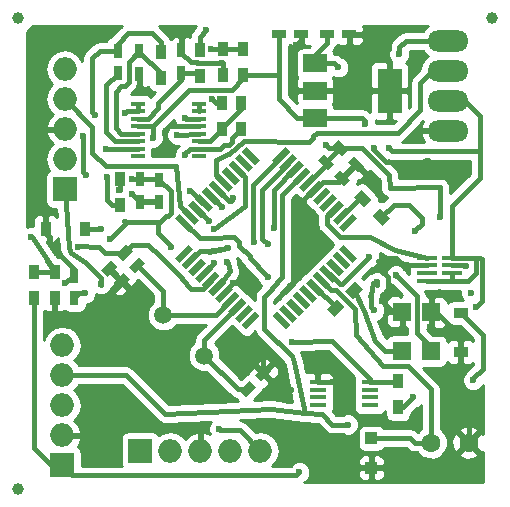
<source format=gbr>
G04 #@! TF.FileFunction,Copper,L1,Top,Signal*
%FSLAX46Y46*%
G04 Gerber Fmt 4.6, Leading zero omitted, Abs format (unit mm)*
G04 Created by KiCad (PCBNEW 4.0.4-stable) date 05/16/17 00:16:12*
%MOMM*%
%LPD*%
G01*
G04 APERTURE LIST*
%ADD10C,0.100000*%
%ADD11R,1.500000X1.500000*%
%ADD12C,1.600200*%
%ADD13C,1.500000*%
%ADD14R,1.727000X0.457000*%
%ADD15R,1.200000X0.900000*%
%ADD16R,0.750000X1.200000*%
%ADD17R,1.200000X0.750000*%
%ADD18R,0.900000X1.200000*%
%ADD19R,1.200000X0.400000*%
%ADD20O,3.500120X1.800860*%
%ADD21R,2.000000X3.800000*%
%ADD22R,2.000000X1.500000*%
%ADD23R,1.000000X1.000000*%
%ADD24R,1.450000X0.450000*%
%ADD25O,1.998980X1.998980*%
%ADD26R,1.998980X1.998980*%
%ADD27C,1.000000*%
%ADD28C,0.600000*%
%ADD29C,0.400000*%
%ADD30C,0.254000*%
G04 APERTURE END LIST*
D10*
G36*
X40329838Y-174691857D02*
X40725817Y-175087836D01*
X39594446Y-176219207D01*
X39198467Y-175823228D01*
X40329838Y-174691857D01*
X40329838Y-174691857D01*
G37*
G36*
X39764152Y-174126172D02*
X40160131Y-174522151D01*
X39028760Y-175653522D01*
X38632781Y-175257543D01*
X39764152Y-174126172D01*
X39764152Y-174126172D01*
G37*
G36*
X39198467Y-173560487D02*
X39594446Y-173956466D01*
X38463075Y-175087837D01*
X38067096Y-174691858D01*
X39198467Y-173560487D01*
X39198467Y-173560487D01*
G37*
G36*
X38632782Y-172994801D02*
X39028761Y-173390780D01*
X37897390Y-174522151D01*
X37501411Y-174126172D01*
X38632782Y-172994801D01*
X38632782Y-172994801D01*
G37*
G36*
X38067096Y-172429116D02*
X38463075Y-172825095D01*
X37331704Y-173956466D01*
X36935725Y-173560487D01*
X38067096Y-172429116D01*
X38067096Y-172429116D01*
G37*
G36*
X37501411Y-171863430D02*
X37897390Y-172259409D01*
X36766019Y-173390780D01*
X36370040Y-172994801D01*
X37501411Y-171863430D01*
X37501411Y-171863430D01*
G37*
G36*
X36935725Y-171297745D02*
X37331704Y-171693724D01*
X36200333Y-172825095D01*
X35804354Y-172429116D01*
X36935725Y-171297745D01*
X36935725Y-171297745D01*
G37*
G36*
X36370040Y-170732059D02*
X36766019Y-171128038D01*
X35634648Y-172259409D01*
X35238669Y-171863430D01*
X36370040Y-170732059D01*
X36370040Y-170732059D01*
G37*
G36*
X35804354Y-170166374D02*
X36200333Y-170562353D01*
X35068962Y-171693724D01*
X34672983Y-171297745D01*
X35804354Y-170166374D01*
X35804354Y-170166374D01*
G37*
G36*
X35238669Y-169600689D02*
X35634648Y-169996668D01*
X34503277Y-171128039D01*
X34107298Y-170732060D01*
X35238669Y-169600689D01*
X35238669Y-169600689D01*
G37*
G36*
X34672984Y-169035003D02*
X35068963Y-169430982D01*
X33937592Y-170562353D01*
X33541613Y-170166374D01*
X34672984Y-169035003D01*
X34672984Y-169035003D01*
G37*
G36*
X30925317Y-169430982D02*
X31321296Y-169035003D01*
X32452667Y-170166374D01*
X32056688Y-170562353D01*
X30925317Y-169430982D01*
X30925317Y-169430982D01*
G37*
G36*
X30359632Y-169996668D02*
X30755611Y-169600689D01*
X31886982Y-170732060D01*
X31491003Y-171128039D01*
X30359632Y-169996668D01*
X30359632Y-169996668D01*
G37*
G36*
X29793947Y-170562353D02*
X30189926Y-170166374D01*
X31321297Y-171297745D01*
X30925318Y-171693724D01*
X29793947Y-170562353D01*
X29793947Y-170562353D01*
G37*
G36*
X29228261Y-171128038D02*
X29624240Y-170732059D01*
X30755611Y-171863430D01*
X30359632Y-172259409D01*
X29228261Y-171128038D01*
X29228261Y-171128038D01*
G37*
G36*
X28662576Y-171693724D02*
X29058555Y-171297745D01*
X30189926Y-172429116D01*
X29793947Y-172825095D01*
X28662576Y-171693724D01*
X28662576Y-171693724D01*
G37*
G36*
X28096890Y-172259409D02*
X28492869Y-171863430D01*
X29624240Y-172994801D01*
X29228261Y-173390780D01*
X28096890Y-172259409D01*
X28096890Y-172259409D01*
G37*
G36*
X27531205Y-172825095D02*
X27927184Y-172429116D01*
X29058555Y-173560487D01*
X28662576Y-173956466D01*
X27531205Y-172825095D01*
X27531205Y-172825095D01*
G37*
G36*
X26965519Y-173390780D02*
X27361498Y-172994801D01*
X28492869Y-174126172D01*
X28096890Y-174522151D01*
X26965519Y-173390780D01*
X26965519Y-173390780D01*
G37*
G36*
X26399834Y-173956466D02*
X26795813Y-173560487D01*
X27927184Y-174691858D01*
X27531205Y-175087837D01*
X26399834Y-173956466D01*
X26399834Y-173956466D01*
G37*
G36*
X25834149Y-174522151D02*
X26230128Y-174126172D01*
X27361499Y-175257543D01*
X26965520Y-175653522D01*
X25834149Y-174522151D01*
X25834149Y-174522151D01*
G37*
G36*
X25268463Y-175087836D02*
X25664442Y-174691857D01*
X26795813Y-175823228D01*
X26399834Y-176219207D01*
X25268463Y-175087836D01*
X25268463Y-175087836D01*
G37*
G36*
X26399834Y-177308153D02*
X26795813Y-177704132D01*
X25664442Y-178835503D01*
X25268463Y-178439524D01*
X26399834Y-177308153D01*
X26399834Y-177308153D01*
G37*
G36*
X26965520Y-177873838D02*
X27361499Y-178269817D01*
X26230128Y-179401188D01*
X25834149Y-179005209D01*
X26965520Y-177873838D01*
X26965520Y-177873838D01*
G37*
G36*
X27531205Y-178439523D02*
X27927184Y-178835502D01*
X26795813Y-179966873D01*
X26399834Y-179570894D01*
X27531205Y-178439523D01*
X27531205Y-178439523D01*
G37*
G36*
X28096890Y-179005209D02*
X28492869Y-179401188D01*
X27361498Y-180532559D01*
X26965519Y-180136580D01*
X28096890Y-179005209D01*
X28096890Y-179005209D01*
G37*
G36*
X28662576Y-179570894D02*
X29058555Y-179966873D01*
X27927184Y-181098244D01*
X27531205Y-180702265D01*
X28662576Y-179570894D01*
X28662576Y-179570894D01*
G37*
G36*
X29228261Y-180136580D02*
X29624240Y-180532559D01*
X28492869Y-181663930D01*
X28096890Y-181267951D01*
X29228261Y-180136580D01*
X29228261Y-180136580D01*
G37*
G36*
X29793947Y-180702265D02*
X30189926Y-181098244D01*
X29058555Y-182229615D01*
X28662576Y-181833636D01*
X29793947Y-180702265D01*
X29793947Y-180702265D01*
G37*
G36*
X30359632Y-181267951D02*
X30755611Y-181663930D01*
X29624240Y-182795301D01*
X29228261Y-182399322D01*
X30359632Y-181267951D01*
X30359632Y-181267951D01*
G37*
G36*
X30925318Y-181833636D02*
X31321297Y-182229615D01*
X30189926Y-183360986D01*
X29793947Y-182965007D01*
X30925318Y-181833636D01*
X30925318Y-181833636D01*
G37*
G36*
X31491003Y-182399321D02*
X31886982Y-182795300D01*
X30755611Y-183926671D01*
X30359632Y-183530692D01*
X31491003Y-182399321D01*
X31491003Y-182399321D01*
G37*
G36*
X32056688Y-182965007D02*
X32452667Y-183360986D01*
X31321296Y-184492357D01*
X30925317Y-184096378D01*
X32056688Y-182965007D01*
X32056688Y-182965007D01*
G37*
G36*
X33541613Y-183360986D02*
X33937592Y-182965007D01*
X35068963Y-184096378D01*
X34672984Y-184492357D01*
X33541613Y-183360986D01*
X33541613Y-183360986D01*
G37*
G36*
X34107298Y-182795300D02*
X34503277Y-182399321D01*
X35634648Y-183530692D01*
X35238669Y-183926671D01*
X34107298Y-182795300D01*
X34107298Y-182795300D01*
G37*
G36*
X34672983Y-182229615D02*
X35068962Y-181833636D01*
X36200333Y-182965007D01*
X35804354Y-183360986D01*
X34672983Y-182229615D01*
X34672983Y-182229615D01*
G37*
G36*
X35238669Y-181663930D02*
X35634648Y-181267951D01*
X36766019Y-182399322D01*
X36370040Y-182795301D01*
X35238669Y-181663930D01*
X35238669Y-181663930D01*
G37*
G36*
X35804354Y-181098244D02*
X36200333Y-180702265D01*
X37331704Y-181833636D01*
X36935725Y-182229615D01*
X35804354Y-181098244D01*
X35804354Y-181098244D01*
G37*
G36*
X36370040Y-180532559D02*
X36766019Y-180136580D01*
X37897390Y-181267951D01*
X37501411Y-181663930D01*
X36370040Y-180532559D01*
X36370040Y-180532559D01*
G37*
G36*
X36935725Y-179966873D02*
X37331704Y-179570894D01*
X38463075Y-180702265D01*
X38067096Y-181098244D01*
X36935725Y-179966873D01*
X36935725Y-179966873D01*
G37*
G36*
X37501411Y-179401188D02*
X37897390Y-179005209D01*
X39028761Y-180136580D01*
X38632782Y-180532559D01*
X37501411Y-179401188D01*
X37501411Y-179401188D01*
G37*
G36*
X38067096Y-178835502D02*
X38463075Y-178439523D01*
X39594446Y-179570894D01*
X39198467Y-179966873D01*
X38067096Y-178835502D01*
X38067096Y-178835502D01*
G37*
G36*
X38632781Y-178269817D02*
X39028760Y-177873838D01*
X40160131Y-179005209D01*
X39764152Y-179401188D01*
X38632781Y-178269817D01*
X38632781Y-178269817D01*
G37*
G36*
X39198467Y-177704132D02*
X39594446Y-177308153D01*
X40725817Y-178439524D01*
X40329838Y-178835503D01*
X39198467Y-177704132D01*
X39198467Y-177704132D01*
G37*
D11*
X46980000Y-186345000D03*
X46980000Y-183045000D03*
D12*
X46969680Y-194066160D03*
X50144680Y-194066160D03*
D13*
X27750000Y-186700000D03*
X24299319Y-183249319D03*
D14*
X46606000Y-178400000D03*
X46606000Y-179050000D03*
X46606000Y-179700000D03*
X46606000Y-180350000D03*
X48714000Y-180350000D03*
X48714000Y-179700000D03*
X48714000Y-179050000D03*
X48714000Y-178400000D03*
D15*
X49470000Y-183105000D03*
X49470000Y-186405000D03*
D16*
X16776840Y-181828240D03*
X16776840Y-179928240D03*
D10*
G36*
X31264590Y-190230500D02*
X30734260Y-189700170D01*
X31582788Y-188851642D01*
X32113118Y-189381972D01*
X31264590Y-190230500D01*
X31264590Y-190230500D01*
G37*
G36*
X32608092Y-188886998D02*
X32077762Y-188356668D01*
X32926290Y-187508140D01*
X33456620Y-188038470D01*
X32608092Y-188886998D01*
X32608092Y-188886998D01*
G37*
D17*
X38139000Y-159496000D03*
X40039000Y-159496000D03*
D10*
G36*
X22255850Y-178338820D02*
X22786180Y-178869150D01*
X21937652Y-179717678D01*
X21407322Y-179187348D01*
X22255850Y-178338820D01*
X22255850Y-178338820D01*
G37*
G36*
X20912348Y-179682322D02*
X21442678Y-180212652D01*
X20594150Y-181061180D01*
X20063820Y-180530850D01*
X20912348Y-179682322D01*
X20912348Y-179682322D01*
G37*
D17*
X34075000Y-159496000D03*
X35975000Y-159496000D03*
D10*
G36*
X21180850Y-177288820D02*
X21711180Y-177819150D01*
X20862652Y-178667678D01*
X20332322Y-178137348D01*
X21180850Y-177288820D01*
X21180850Y-177288820D01*
G37*
G36*
X19837348Y-178632322D02*
X20367678Y-179162652D01*
X19519150Y-180011180D01*
X18988820Y-179480850D01*
X19837348Y-178632322D01*
X19837348Y-178632322D01*
G37*
G36*
X37406980Y-170185910D02*
X37937310Y-169655580D01*
X38785838Y-170504108D01*
X38255508Y-171034438D01*
X37406980Y-170185910D01*
X37406980Y-170185910D01*
G37*
G36*
X38750482Y-171529412D02*
X39280812Y-170999082D01*
X40129340Y-171847610D01*
X39599010Y-172377940D01*
X38750482Y-171529412D01*
X38750482Y-171529412D01*
G37*
G36*
X38606980Y-168985910D02*
X39137310Y-168455580D01*
X39985838Y-169304108D01*
X39455508Y-169834438D01*
X38606980Y-168985910D01*
X38606980Y-168985910D01*
G37*
G36*
X39950482Y-170329412D02*
X40480812Y-169799082D01*
X41329340Y-170647610D01*
X40799010Y-171177940D01*
X39950482Y-170329412D01*
X39950482Y-170329412D01*
G37*
D16*
X22320000Y-171785000D03*
X22320000Y-173685000D03*
X22275000Y-162825000D03*
X22275000Y-160925000D03*
X20425000Y-162800000D03*
X20425000Y-160900000D03*
D10*
G36*
X40469721Y-173311117D02*
X41106117Y-172674721D01*
X41954645Y-173523249D01*
X41318249Y-174159645D01*
X40469721Y-173311117D01*
X40469721Y-173311117D01*
G37*
G36*
X42025355Y-174866751D02*
X42661751Y-174230355D01*
X43510279Y-175078883D01*
X42873883Y-175715279D01*
X42025355Y-174866751D01*
X42025355Y-174866751D01*
G37*
G36*
X38784277Y-183437039D02*
X38147881Y-182800643D01*
X38996409Y-181952115D01*
X39632805Y-182588511D01*
X38784277Y-183437039D01*
X38784277Y-183437039D01*
G37*
G36*
X40339911Y-181881405D02*
X39703515Y-181245009D01*
X40552043Y-180396481D01*
X41188439Y-181032877D01*
X40339911Y-181881405D01*
X40339911Y-181881405D01*
G37*
D18*
X44170000Y-191085000D03*
X44170000Y-188885000D03*
X27368160Y-163066760D03*
X27368160Y-160866760D03*
X13346840Y-181818240D03*
X13346840Y-179618240D03*
X15096840Y-179618240D03*
X15096840Y-181818240D03*
X20600000Y-173935000D03*
X20600000Y-171735000D03*
X24068160Y-160966760D03*
X24068160Y-163166760D03*
X29275000Y-167500000D03*
X29275000Y-165300000D03*
X30861000Y-167505560D03*
X30861000Y-165305560D03*
X31068160Y-160716760D03*
X31068160Y-162916760D03*
X29318160Y-162916760D03*
X29318160Y-160716760D03*
D19*
X22124360Y-165364160D03*
X22124360Y-165999160D03*
X22124360Y-166634160D03*
X22124360Y-167269160D03*
X22124360Y-167904160D03*
X22124360Y-168539160D03*
X22124360Y-169174160D03*
X22124360Y-169809160D03*
X27324360Y-169809160D03*
X27324360Y-169174160D03*
X27324360Y-168539160D03*
X27324360Y-167904160D03*
X27324360Y-167269160D03*
X27324360Y-166634160D03*
X27324360Y-165999160D03*
X27324360Y-165364160D03*
D20*
X48442880Y-160050480D03*
X48442880Y-162590480D03*
X48442880Y-165130480D03*
X48442880Y-167670480D03*
D16*
X25818160Y-162766760D03*
X25818160Y-160866760D03*
X23960000Y-171795000D03*
X23960000Y-173695000D03*
D11*
X44540000Y-186295000D03*
X44540000Y-182995000D03*
D18*
X17630000Y-175955000D03*
X14330000Y-175955000D03*
D21*
X43452180Y-164271960D03*
D22*
X37152180Y-164271960D03*
X37152180Y-166571960D03*
X37152180Y-161971960D03*
D23*
X41910000Y-193705000D03*
X41910000Y-196205000D03*
D24*
X41780000Y-190880000D03*
X41780000Y-190230000D03*
X41780000Y-189580000D03*
X41780000Y-188930000D03*
X37380000Y-188930000D03*
X37380000Y-189580000D03*
X37380000Y-190230000D03*
X37380000Y-190880000D03*
D25*
X15740000Y-188375000D03*
D26*
X15740000Y-195995000D03*
D25*
X15740000Y-193455000D03*
X15740000Y-190915000D03*
X15740000Y-185835000D03*
X15940000Y-164985000D03*
D26*
X15940000Y-172605000D03*
D25*
X15940000Y-170065000D03*
X15940000Y-167525000D03*
X15940000Y-162445000D03*
X29960000Y-194745000D03*
D26*
X22340000Y-194745000D03*
D25*
X24880000Y-194745000D03*
X27420000Y-194745000D03*
X32500000Y-194745000D03*
D27*
X12000000Y-158100000D03*
X12000000Y-198000000D03*
X52100000Y-158100000D03*
D28*
X46880000Y-184310000D03*
X44520000Y-184600000D03*
X41840000Y-171620000D03*
X44550000Y-171270000D03*
X46730000Y-170250000D03*
X42150000Y-169170000D03*
X41600000Y-164275000D03*
X42840000Y-182115000D03*
X40610000Y-196195000D03*
X35150000Y-193560000D03*
X35100000Y-189620000D03*
X44820000Y-179265000D03*
X49510000Y-187535000D03*
X32100000Y-186340000D03*
X37350000Y-187380000D03*
X24470000Y-168790000D03*
X21630000Y-173030000D03*
X29260000Y-161890000D03*
X38790000Y-164295000D03*
X14732000Y-176784000D03*
X30226000Y-180594000D03*
X20066000Y-181356000D03*
X16002000Y-180594000D03*
X38650000Y-188900000D03*
X35500000Y-160440000D03*
X22275000Y-164045000D03*
X25820000Y-159510000D03*
X15200000Y-183075000D03*
X28460000Y-164995000D03*
X40070000Y-160525000D03*
X36030000Y-173615000D03*
X19480000Y-169225000D03*
X17700000Y-181420000D03*
X19800000Y-176820000D03*
X50800000Y-182626000D03*
X45466000Y-190246000D03*
X43434000Y-169164000D03*
X41402000Y-167132000D03*
X23410000Y-168270000D03*
X21660000Y-171740000D03*
X24960000Y-177535000D03*
X29718000Y-178816000D03*
X43990000Y-179870000D03*
X45650000Y-176120000D03*
X50540000Y-188790000D03*
X39900000Y-192540000D03*
X18990000Y-175945000D03*
X28170000Y-175295000D03*
X17100000Y-177500000D03*
X30180000Y-173395000D03*
X44270000Y-161185000D03*
X28590000Y-178895000D03*
X19020000Y-180655000D03*
X33190000Y-180060000D03*
X35180000Y-185590000D03*
X49960000Y-179125000D03*
X29310000Y-174155000D03*
X50390000Y-181375000D03*
X42164000Y-182880000D03*
X35814000Y-196596000D03*
X42430000Y-180480000D03*
X47752000Y-175006000D03*
X39116000Y-162306000D03*
X38100000Y-168910000D03*
X21050000Y-166140000D03*
X19560000Y-171560000D03*
X26170000Y-169745000D03*
X29750000Y-177590000D03*
X28320000Y-160785000D03*
X26120000Y-166565000D03*
X33660000Y-175885000D03*
X33150000Y-177285000D03*
X31960000Y-177055000D03*
X41730000Y-178375000D03*
X27890000Y-159175000D03*
X26550000Y-172785000D03*
X13130000Y-176650000D03*
X28630000Y-175955000D03*
X29040000Y-192905000D03*
X25470000Y-168010000D03*
X17780000Y-171450000D03*
X17526000Y-168148000D03*
X18542000Y-166370000D03*
X20574000Y-172720000D03*
D29*
X31423689Y-189541071D02*
X30591071Y-189541071D01*
X30591071Y-189541071D02*
X27750000Y-186700000D01*
X27750000Y-186700000D02*
X27750000Y-185404933D01*
X27750000Y-185404933D02*
X30557622Y-182597311D01*
X46980000Y-184210000D02*
X46880000Y-184310000D01*
X46980000Y-183045000D02*
X46980000Y-184210000D01*
X44540000Y-184580000D02*
X44520000Y-184600000D01*
X44540000Y-184580000D02*
X44540000Y-182995000D01*
X44550000Y-171270000D02*
X44550000Y-170600000D01*
X44550000Y-170600000D02*
X44240000Y-170290000D01*
X40708511Y-170488511D02*
X41840000Y-171620000D01*
X44620000Y-171340000D02*
X44620000Y-171380000D01*
X44550000Y-171270000D02*
X44620000Y-171340000D01*
X40639911Y-170488511D02*
X40708511Y-170488511D01*
X46730000Y-170250000D02*
X46380000Y-170250000D01*
X44240000Y-170290000D02*
X46350000Y-170290000D01*
X46350000Y-170290000D02*
X46380000Y-170260000D01*
X46380000Y-170260000D02*
X46380000Y-170250000D01*
X42150000Y-169170000D02*
X42150000Y-169317470D01*
X42150000Y-169317470D02*
X43122530Y-170290000D01*
X43122530Y-170290000D02*
X44240000Y-170290000D01*
X43970000Y-178480000D02*
X44035000Y-178480000D01*
X43920000Y-178430000D02*
X43970000Y-178480000D01*
X42480000Y-178720000D02*
X42790000Y-178720000D01*
X42580000Y-178820000D02*
X42480000Y-178720000D01*
X43290000Y-180330000D02*
X43290000Y-180050000D01*
X42840000Y-181750000D02*
X43290000Y-181300000D01*
X43290000Y-181300000D02*
X43290000Y-180330000D01*
X43720000Y-182995000D02*
X42840000Y-182115000D01*
X44540000Y-182995000D02*
X43720000Y-182995000D01*
X42840000Y-182115000D02*
X42840000Y-181750000D01*
X43290000Y-180050000D02*
X42580000Y-179340000D01*
X42580000Y-179340000D02*
X42580000Y-178820000D01*
X42790000Y-178720000D02*
X43080000Y-178430000D01*
X43080000Y-178430000D02*
X43920000Y-178430000D01*
X44035000Y-178480000D02*
X44820000Y-179265000D01*
X43310000Y-181420000D02*
X43310000Y-181280000D01*
X42840000Y-181890000D02*
X43310000Y-181420000D01*
X42840000Y-182115000D02*
X42840000Y-181890000D01*
X43310000Y-181280000D02*
X43670000Y-180920000D01*
X35150000Y-193560000D02*
X37975000Y-193560000D01*
X40620000Y-196205000D02*
X40610000Y-196195000D01*
X41910000Y-196205000D02*
X40620000Y-196205000D01*
X37975000Y-193560000D02*
X40610000Y-196195000D01*
X34770000Y-190520000D02*
X34770000Y-189950000D01*
X34770000Y-189950000D02*
X35100000Y-189620000D01*
X34770000Y-190200000D02*
X34770000Y-190520000D01*
X32767569Y-188197569D02*
X34770000Y-190200000D01*
X34770000Y-190520000D02*
X34730000Y-190560000D01*
X32767191Y-188197569D02*
X32767569Y-188197569D01*
X45035000Y-179050000D02*
X44820000Y-179265000D01*
X46606000Y-179050000D02*
X45035000Y-179050000D01*
X50144680Y-194066160D02*
X50144680Y-192094680D01*
X49470000Y-187495000D02*
X49510000Y-187535000D01*
X49470000Y-187495000D02*
X49470000Y-186405000D01*
X47970000Y-189075000D02*
X49510000Y-187535000D01*
X47970000Y-189920000D02*
X47970000Y-189075000D01*
X50144680Y-192094680D02*
X47970000Y-189920000D01*
X49470000Y-186405000D02*
X49470000Y-185100000D01*
X49470000Y-185100000D02*
X47415000Y-183045000D01*
X47415000Y-183045000D02*
X46980000Y-183045000D01*
X32767191Y-188197569D02*
X32767191Y-187007191D01*
X32767191Y-187007191D02*
X32100000Y-186340000D01*
X37380000Y-188930000D02*
X37380000Y-187410000D01*
X37380000Y-187410000D02*
X37350000Y-187380000D01*
X24470000Y-168790000D02*
X24470000Y-167600000D01*
X22285000Y-173685000D02*
X21630000Y-173030000D01*
X24790000Y-167280000D02*
X27313520Y-167280000D01*
X24470000Y-167600000D02*
X24790000Y-167280000D01*
X27313520Y-167280000D02*
X27324360Y-167269160D01*
X22320000Y-173685000D02*
X22285000Y-173685000D01*
X29260000Y-161890000D02*
X27710000Y-161890000D01*
X29318160Y-161948160D02*
X29260000Y-161890000D01*
X29318160Y-162916760D02*
X29318160Y-161948160D01*
X26650000Y-161880000D02*
X25818160Y-161048160D01*
X27110000Y-161880000D02*
X26650000Y-161880000D01*
X27150000Y-161920000D02*
X27110000Y-161880000D01*
X27680000Y-161920000D02*
X27150000Y-161920000D01*
X27710000Y-161890000D02*
X27680000Y-161920000D01*
X25818160Y-161048160D02*
X25818160Y-160866760D01*
X41600000Y-164275000D02*
X38810000Y-164275000D01*
X41603040Y-164271960D02*
X41600000Y-164275000D01*
X43452180Y-164271960D02*
X41603040Y-164271960D01*
X38766960Y-164271960D02*
X38790000Y-164295000D01*
X38766960Y-164271960D02*
X37152180Y-164271960D01*
X38810000Y-164275000D02*
X38790000Y-164295000D01*
X16776840Y-179928240D02*
X16776840Y-179376840D01*
X16776840Y-179376840D02*
X14732000Y-177332000D01*
X14330000Y-176382000D02*
X14732000Y-176784000D01*
X14732000Y-177332000D02*
X14732000Y-176784000D01*
X30480000Y-180594000D02*
X30226000Y-180594000D01*
X29426251Y-181393749D02*
X30226000Y-180594000D01*
X30480000Y-180594000D02*
X30226000Y-180594000D01*
X29426251Y-181465940D02*
X29426251Y-181393749D01*
X19703249Y-179321751D02*
X20753249Y-180371751D01*
X14330000Y-175955000D02*
X14330000Y-176382000D01*
X19678249Y-179321751D02*
X19703249Y-179321751D01*
X20753249Y-180371751D02*
X20753249Y-180668751D01*
X20753249Y-180668751D02*
X20066000Y-181356000D01*
X16776840Y-179928240D02*
X16667760Y-179928240D01*
X16667760Y-179928240D02*
X16002000Y-180594000D01*
X37380000Y-188930000D02*
X38620000Y-188930000D01*
X38620000Y-188930000D02*
X38650000Y-188900000D01*
X35975000Y-159496000D02*
X35975000Y-159965000D01*
X35975000Y-159965000D02*
X35500000Y-160440000D01*
X22275000Y-162825000D02*
X22275000Y-164045000D01*
X22275000Y-164045000D02*
X22300000Y-164070000D01*
X25818160Y-160866760D02*
X25818160Y-159511840D01*
X25818160Y-159511840D02*
X25820000Y-159510000D01*
X15096840Y-181818240D02*
X15096840Y-182971840D01*
X15096840Y-182971840D02*
X15200000Y-183075000D01*
X29275000Y-165300000D02*
X28765000Y-165300000D01*
X28765000Y-165300000D02*
X28460000Y-164995000D01*
X40039000Y-159496000D02*
X40039000Y-160494000D01*
X40039000Y-160494000D02*
X40070000Y-160525000D01*
X41910000Y-196205000D02*
X46430000Y-196205000D01*
X47975840Y-196235000D02*
X50144680Y-194066160D01*
X46460000Y-196235000D02*
X47975840Y-196235000D01*
X46430000Y-196205000D02*
X46460000Y-196235000D01*
X29426251Y-181465940D02*
X29426251Y-181398749D01*
X37133715Y-172627105D02*
X37007895Y-172627105D01*
X37007895Y-172627105D02*
X36030000Y-173605000D01*
X36030000Y-173605000D02*
X36030000Y-173615000D01*
X39439911Y-171688511D02*
X40639911Y-170488511D01*
X37133715Y-172627105D02*
X37177895Y-172627105D01*
X37177895Y-172627105D02*
X37810000Y-171995000D01*
X37810000Y-171995000D02*
X39133422Y-171995000D01*
X39133422Y-171995000D02*
X39439911Y-171688511D01*
X24299319Y-183249319D02*
X24299319Y-181230817D01*
X24299319Y-181230817D02*
X22096751Y-179028249D01*
X29991936Y-182031626D02*
X29953374Y-182031626D01*
X29953374Y-182031626D02*
X28735681Y-183249319D01*
X28735681Y-183249319D02*
X24299319Y-183249319D01*
X22124360Y-169174160D02*
X19530840Y-169174160D01*
X19530840Y-169174160D02*
X19480000Y-169225000D01*
X17700000Y-181420000D02*
X17185080Y-181420000D01*
X17185080Y-181420000D02*
X16776840Y-181828240D01*
X21690000Y-175385000D02*
X21235000Y-175385000D01*
X21235000Y-175385000D02*
X19800000Y-176820000D01*
X21125000Y-175385000D02*
X21040000Y-175300000D01*
X21040000Y-175300000D02*
X20960000Y-175300000D01*
X24020000Y-175385000D02*
X21690000Y-175385000D01*
X21690000Y-175385000D02*
X21125000Y-175385000D01*
X44170000Y-191085000D02*
X44627000Y-191085000D01*
X51146000Y-178400000D02*
X50665000Y-178400000D01*
X51308000Y-178562000D02*
X51146000Y-178400000D01*
X51308000Y-182118000D02*
X51308000Y-178562000D01*
X50800000Y-182626000D02*
X51308000Y-182118000D01*
X44627000Y-191085000D02*
X45466000Y-190246000D01*
X41402000Y-166878000D02*
X41402000Y-167132000D01*
X41095960Y-166571960D02*
X41402000Y-166878000D01*
X37152180Y-166571960D02*
X41095960Y-166571960D01*
X43688000Y-169418000D02*
X51080000Y-169418000D01*
X43434000Y-169164000D02*
X43688000Y-169418000D01*
X48714000Y-178400000D02*
X48714000Y-174016000D01*
X48714000Y-174016000D02*
X51080000Y-171650000D01*
X51080000Y-171650000D02*
X51080000Y-169418000D01*
X51080000Y-166400000D02*
X49810480Y-165130480D01*
X51080000Y-169418000D02*
X51080000Y-166400000D01*
X49810480Y-165130480D02*
X48442880Y-165130480D01*
X23455840Y-168214160D02*
X23455840Y-167269160D01*
X23400000Y-168270000D02*
X23455840Y-168214160D01*
X23410000Y-168270000D02*
X23400000Y-168270000D01*
X22320000Y-171785000D02*
X21705000Y-171785000D01*
X21705000Y-171785000D02*
X21660000Y-171740000D01*
X22124360Y-167269160D02*
X23455840Y-167269160D01*
X30110000Y-164185000D02*
X31068160Y-163226840D01*
X23455840Y-167269160D02*
X24730000Y-165995000D01*
X24730000Y-165995000D02*
X24730000Y-165955000D01*
X24730000Y-165955000D02*
X26500000Y-164185000D01*
X26500000Y-164185000D02*
X30110000Y-164185000D01*
X31068160Y-163226840D02*
X31068160Y-162916760D01*
X31068160Y-162916760D02*
X33931760Y-162916760D01*
X33931760Y-162916760D02*
X34075000Y-163060000D01*
X37152180Y-166571960D02*
X35646960Y-166571960D01*
X34075000Y-165000000D02*
X34075000Y-163060000D01*
X34075000Y-163060000D02*
X34075000Y-159496000D01*
X35646960Y-166571960D02*
X34075000Y-165000000D01*
X48714000Y-180350000D02*
X50125000Y-180350000D01*
X50665000Y-178400000D02*
X48714000Y-178400000D01*
X50780000Y-178515000D02*
X50665000Y-178400000D01*
X50780000Y-179695000D02*
X50780000Y-178515000D01*
X50125000Y-180350000D02*
X50780000Y-179695000D01*
X48714000Y-179700000D02*
X48714000Y-180350000D01*
X48714000Y-180350000D02*
X46606000Y-180350000D01*
X24490000Y-174915000D02*
X24710000Y-174915000D01*
X24020000Y-175385000D02*
X24490000Y-174915000D01*
X23840000Y-175385000D02*
X24020000Y-175385000D01*
X24960000Y-172795000D02*
X23960000Y-171795000D01*
X24960000Y-174665000D02*
X24960000Y-172795000D01*
X24710000Y-174915000D02*
X24960000Y-174665000D01*
X24960000Y-177535000D02*
X24960000Y-177445000D01*
X29972000Y-179578000D02*
X29768000Y-178866000D01*
X28934745Y-180900255D02*
X29972000Y-179578000D01*
X29768000Y-178866000D02*
X29718000Y-178816000D01*
X23840000Y-176325000D02*
X23840000Y-175385000D01*
X23840000Y-175385000D02*
X23840000Y-175375000D01*
X24960000Y-177445000D02*
X23840000Y-176325000D01*
X28860565Y-180900255D02*
X28934745Y-180900255D01*
X22320000Y-171785000D02*
X23950000Y-171785000D01*
X23950000Y-171785000D02*
X23960000Y-171795000D01*
X43990000Y-179970000D02*
X43990000Y-179870000D01*
X43930000Y-179900000D02*
X43990000Y-179970000D01*
X43980000Y-179900000D02*
X43930000Y-179900000D01*
X45770000Y-181690000D02*
X43980000Y-179900000D01*
X45770000Y-184750000D02*
X45770000Y-181690000D01*
X46980000Y-185960000D02*
X45770000Y-184750000D01*
X43790634Y-173950000D02*
X42767817Y-174972817D01*
X45110000Y-173950000D02*
X43790634Y-173950000D01*
X46220000Y-175060000D02*
X45110000Y-173950000D01*
X46220000Y-175540000D02*
X46220000Y-175060000D01*
X45650000Y-176110000D02*
X46220000Y-175540000D01*
X45650000Y-176120000D02*
X45650000Y-176110000D01*
X46980000Y-186345000D02*
X46980000Y-185960000D01*
X46969680Y-194066160D02*
X45581160Y-194066160D01*
X45220000Y-193705000D02*
X41910000Y-193705000D01*
X45581160Y-194066160D02*
X45220000Y-193705000D01*
X37699400Y-180334569D02*
X37699400Y-180354400D01*
X37699400Y-180354400D02*
X38470000Y-181125000D01*
X38470000Y-181125000D02*
X38880000Y-181125000D01*
X38880000Y-181125000D02*
X40501568Y-182765785D01*
X40501568Y-182765785D02*
X40650000Y-184980000D01*
X40650000Y-184980000D02*
X42910000Y-187625000D01*
X42910000Y-187625000D02*
X45020000Y-187625000D01*
X45020000Y-187625000D02*
X46969680Y-189574680D01*
X46969680Y-189574680D02*
X46969680Y-194066160D01*
X35170000Y-186755000D02*
X35381334Y-187217947D01*
X36290000Y-191590000D02*
X37725000Y-191675000D01*
X51340000Y-184975000D02*
X49470000Y-183105000D01*
X51340000Y-187820000D02*
X51340000Y-184975000D01*
X50550000Y-188610000D02*
X51340000Y-187820000D01*
X50550000Y-188780000D02*
X50550000Y-188610000D01*
X50540000Y-188790000D02*
X50550000Y-188780000D01*
X38590000Y-192540000D02*
X39900000Y-192540000D01*
X37725000Y-191675000D02*
X38590000Y-192540000D01*
X34390000Y-175765000D02*
X34390000Y-180065000D01*
X21160000Y-188375000D02*
X15740000Y-188375000D01*
X24460000Y-191675000D02*
X21160000Y-188375000D01*
X36290000Y-191590000D02*
X33423323Y-191226396D01*
X33423323Y-191226396D02*
X24460000Y-191675000D01*
X35381334Y-187217947D02*
X36290000Y-191590000D01*
X32860000Y-184445000D02*
X35170000Y-186755000D01*
X32860000Y-181705000D02*
X32860000Y-184445000D01*
X33490000Y-181075000D02*
X32860000Y-181705000D01*
X33490000Y-180965000D02*
X33490000Y-181075000D01*
X34390000Y-180065000D02*
X33490000Y-180965000D01*
X36002344Y-171495734D02*
X35989266Y-171495734D01*
X35989266Y-171495734D02*
X34390000Y-173095000D01*
X34390000Y-173095000D02*
X34390000Y-175765000D01*
X34390000Y-175765000D02*
X34390000Y-175965000D01*
X18990000Y-175945000D02*
X17640000Y-175945000D01*
X17640000Y-175945000D02*
X17630000Y-175955000D01*
X27199162Y-174324162D02*
X28170000Y-175295000D01*
X27163509Y-174324162D02*
X27199162Y-174324162D01*
X21021751Y-177978249D02*
X19358249Y-177978249D01*
X17180000Y-177420000D02*
X17100000Y-177500000D01*
X18870000Y-177490000D02*
X17180000Y-177420000D01*
X19358249Y-177978249D02*
X18870000Y-177490000D01*
X24000000Y-178255000D02*
X23980000Y-178255000D01*
X25890000Y-180145000D02*
X24000000Y-178255000D01*
X26970000Y-181025000D02*
X26680000Y-181025000D01*
X27660000Y-181025000D02*
X26970000Y-181025000D01*
X28294880Y-180390120D02*
X27660000Y-181025000D01*
X26680000Y-181025000D02*
X25890000Y-180235000D01*
X25890000Y-180235000D02*
X25890000Y-180145000D01*
X21685000Y-177315000D02*
X21021751Y-177978249D01*
X23040000Y-177315000D02*
X21685000Y-177315000D01*
X23980000Y-178255000D02*
X23040000Y-177315000D01*
X28294880Y-180334569D02*
X28294880Y-180390120D01*
X29990000Y-173585000D02*
X30180000Y-173395000D01*
X28862105Y-172627105D02*
X29820000Y-173585000D01*
X29820000Y-173585000D02*
X29990000Y-173585000D01*
X44844520Y-160050480D02*
X48442880Y-160050480D01*
X44290000Y-160605000D02*
X44844520Y-160050480D01*
X44290000Y-161205000D02*
X44290000Y-160605000D01*
X44270000Y-161185000D02*
X44290000Y-161205000D01*
X28860565Y-172627105D02*
X28862105Y-172627105D01*
X29426251Y-172061420D02*
X29406420Y-172061420D01*
X29406420Y-172061420D02*
X28730000Y-171385000D01*
X28730000Y-171385000D02*
X28730000Y-170765000D01*
X28730000Y-170765000D02*
X28730000Y-170185000D01*
X28730000Y-170185000D02*
X29742709Y-169620205D01*
X29742709Y-169620205D02*
X29892709Y-169620205D01*
X29892709Y-169620205D02*
X31123346Y-168519351D01*
X31123346Y-168519351D02*
X36670000Y-168585000D01*
X36670000Y-168585000D02*
X37010000Y-168245000D01*
X37010000Y-168245000D02*
X37010000Y-168125000D01*
X37010000Y-168125000D02*
X37280000Y-167855000D01*
X37280000Y-167855000D02*
X44130000Y-167855000D01*
X44130000Y-167855000D02*
X46040000Y-165945000D01*
X46040000Y-165945000D02*
X46040000Y-163605000D01*
X46040000Y-163605000D02*
X47054520Y-162590480D01*
X47054520Y-162590480D02*
X48442880Y-162590480D01*
X19020000Y-180655000D02*
X19020000Y-180135000D01*
X16300000Y-177570000D02*
X15940000Y-172605000D01*
X16520000Y-178040000D02*
X16300000Y-177570000D01*
X17671326Y-178817237D02*
X16520000Y-178040000D01*
X19020000Y-180135000D02*
X17671326Y-178817237D01*
X19000000Y-180675000D02*
X19000000Y-180705000D01*
X19020000Y-180655000D02*
X19000000Y-180675000D01*
X27729194Y-179768884D02*
X27729194Y-179755806D01*
X27729194Y-179755806D02*
X28590000Y-178895000D01*
X28590000Y-178895000D02*
X28610000Y-178895000D01*
X38540000Y-185440000D02*
X41780000Y-188680000D01*
X41780000Y-188930000D02*
X41780000Y-188680000D01*
X33030000Y-179850000D02*
X33030000Y-179900000D01*
X31610000Y-178430000D02*
X33030000Y-179850000D01*
X30720000Y-177090000D02*
X30720000Y-177410000D01*
X30280000Y-176650000D02*
X30720000Y-177090000D01*
X29870000Y-176650000D02*
X28800000Y-176750000D01*
X29870000Y-176650000D02*
X30280000Y-176650000D01*
X30720000Y-177410000D02*
X31610000Y-178300000D01*
X31610000Y-178300000D02*
X31610000Y-178430000D01*
X33030000Y-179900000D02*
X33190000Y-180060000D01*
X35180000Y-185590000D02*
X38540000Y-185440000D01*
X27380000Y-176750000D02*
X28720000Y-176750000D01*
X26085532Y-175455532D02*
X27380000Y-176750000D01*
X26032138Y-175455532D02*
X26085532Y-175455532D01*
X41780000Y-188930000D02*
X44125000Y-188930000D01*
X44125000Y-188930000D02*
X44170000Y-188885000D01*
X38830771Y-174324162D02*
X38710838Y-174324162D01*
X38710838Y-174324162D02*
X38140000Y-174895000D01*
X38140000Y-174895000D02*
X38140000Y-175595000D01*
X38140000Y-175595000D02*
X39220000Y-176675000D01*
X39220000Y-176675000D02*
X41800000Y-176675000D01*
X41800000Y-176675000D02*
X43942000Y-177800000D01*
X43942000Y-177800000D02*
X46606000Y-178400000D01*
X48714000Y-179050000D02*
X49845000Y-179050000D01*
X49920000Y-179125000D02*
X49960000Y-179125000D01*
X49845000Y-179050000D02*
X49920000Y-179125000D01*
X28397791Y-173192791D02*
X29310000Y-174105000D01*
X29310000Y-174105000D02*
X29310000Y-174155000D01*
X28294880Y-173192791D02*
X28397791Y-173192791D01*
X41910000Y-182626000D02*
X42164000Y-182880000D01*
X41910000Y-181610000D02*
X41910000Y-182626000D01*
X35560000Y-196850000D02*
X16595000Y-196850000D01*
X35814000Y-196596000D02*
X35560000Y-196850000D01*
X16595000Y-196850000D02*
X15740000Y-195995000D01*
X39296409Y-169145009D02*
X41129009Y-169145009D01*
X41910000Y-181610000D02*
X41837782Y-181682218D01*
X42050000Y-180540000D02*
X41910000Y-181610000D01*
X42430000Y-180734000D02*
X42050000Y-180540000D01*
X42430000Y-180480000D02*
X42430000Y-180734000D01*
X47752000Y-172466000D02*
X47752000Y-175006000D01*
X43480000Y-172510000D02*
X47752000Y-172466000D01*
X43434000Y-171450000D02*
X43480000Y-172510000D01*
X41129009Y-169145009D02*
X43434000Y-171450000D01*
X39296409Y-169145009D02*
X38335009Y-169145009D01*
X38781960Y-161971960D02*
X37152180Y-161971960D01*
X39116000Y-162306000D02*
X38781960Y-161971960D01*
X38335009Y-169145009D02*
X38100000Y-168910000D01*
X13346840Y-181818240D02*
X13346840Y-194531840D01*
X13346840Y-194531840D02*
X14810000Y-195995000D01*
X14810000Y-195995000D02*
X15740000Y-195995000D01*
X37152180Y-161971960D02*
X37152180Y-161262820D01*
X37152180Y-161262820D02*
X38139000Y-160276000D01*
X38139000Y-160276000D02*
X38139000Y-159496000D01*
X38096409Y-170345009D02*
X39296409Y-169145009D01*
X38096409Y-170345009D02*
X38096409Y-170533040D01*
X38096409Y-170533040D02*
X36568029Y-172061420D01*
X26597824Y-174889847D02*
X26544847Y-174889847D01*
X26544847Y-174889847D02*
X25705000Y-174050000D01*
X25705000Y-174050000D02*
X25360000Y-170680000D01*
X25360000Y-170680000D02*
X24640000Y-170675000D01*
X24640000Y-170675000D02*
X19420000Y-170675000D01*
X19420000Y-170675000D02*
X18280000Y-169535000D01*
X18280000Y-169535000D02*
X18280000Y-167325000D01*
X18280000Y-167325000D02*
X15940000Y-164985000D01*
X39396456Y-174889847D02*
X39396456Y-174858544D01*
X39396456Y-174858544D02*
X40837817Y-173417183D01*
X40837817Y-173417183D02*
X41212183Y-173417183D01*
X21190840Y-165999160D02*
X21050000Y-166140000D01*
X22124360Y-165999160D02*
X21190840Y-165999160D01*
X19945000Y-173935000D02*
X19560000Y-173550000D01*
X20600000Y-173935000D02*
X19945000Y-173935000D01*
X19560000Y-173550000D02*
X19560000Y-171560000D01*
X22124360Y-165999160D02*
X22124360Y-165364160D01*
X30861000Y-165305560D02*
X30861000Y-165864000D01*
X30861000Y-165864000D02*
X29275000Y-167450000D01*
X29275000Y-167450000D02*
X29275000Y-167500000D01*
X29275000Y-167500000D02*
X29275000Y-167520000D01*
X29275000Y-167520000D02*
X28255840Y-168539160D01*
X28255840Y-168539160D02*
X27324360Y-168539160D01*
X29555000Y-168845000D02*
X29835000Y-168845000D01*
X30861000Y-167505560D02*
X30080000Y-168286560D01*
X29555000Y-168845000D02*
X29440000Y-168845000D01*
X30080000Y-168600000D02*
X30080000Y-168286560D01*
X29835000Y-168845000D02*
X30080000Y-168600000D01*
X26170000Y-169745000D02*
X26090000Y-169665000D01*
X26090000Y-169665000D02*
X26090000Y-169635000D01*
X26090000Y-169635000D02*
X26550840Y-169174160D01*
X27324360Y-169174160D02*
X26550840Y-169174160D01*
X29110840Y-169174160D02*
X29440000Y-168845000D01*
X29440000Y-168845000D02*
X29570000Y-168845000D01*
X28700840Y-169174160D02*
X29110840Y-169174160D01*
X27324360Y-169174160D02*
X28700840Y-169174160D01*
X29710000Y-177620000D02*
X28158630Y-177908493D01*
X28158630Y-177908493D02*
X29750000Y-177590000D01*
X27430000Y-177835000D02*
X28078630Y-177888493D01*
X26627487Y-178637513D02*
X27430000Y-177835000D01*
X28078630Y-177888493D02*
X29710000Y-177620000D01*
X26597824Y-178637513D02*
X26627487Y-178637513D01*
X27324360Y-166634160D02*
X26189160Y-166634160D01*
X28388240Y-160716760D02*
X29318160Y-160716760D01*
X28320000Y-160785000D02*
X28388240Y-160716760D01*
X26189160Y-166634160D02*
X26120000Y-166565000D01*
X29318160Y-160716760D02*
X31068160Y-160716760D01*
X27324360Y-165364160D02*
X27324360Y-165999160D01*
X33660000Y-172655000D02*
X33660000Y-175885000D01*
X35384951Y-170930049D02*
X33660000Y-172655000D01*
X35436658Y-170930049D02*
X35384951Y-170930049D01*
X32670000Y-175975000D02*
X32670000Y-176805000D01*
X32670000Y-172665000D02*
X32670000Y-175975000D01*
X34870973Y-170464027D02*
X32670000Y-172665000D01*
X32670000Y-176805000D02*
X33150000Y-177285000D01*
X34870973Y-170364364D02*
X34870973Y-170464027D01*
X31890000Y-176115000D02*
X31890000Y-176985000D01*
X31890000Y-176985000D02*
X31960000Y-177055000D01*
X34305288Y-169798678D02*
X34305288Y-169879712D01*
X34305288Y-169879712D02*
X31890000Y-172295000D01*
X31890000Y-172295000D02*
X31890000Y-176115000D01*
X31890000Y-176115000D02*
X31890000Y-176125000D01*
X38265086Y-179768884D02*
X38413884Y-179768884D01*
X38413884Y-179768884D02*
X39270000Y-180625000D01*
X39270000Y-180625000D02*
X39450000Y-180625000D01*
X39450000Y-180625000D02*
X41700000Y-178375000D01*
X41700000Y-178375000D02*
X41730000Y-178375000D01*
X27890000Y-159175000D02*
X27368160Y-159696840D01*
X27368160Y-159696840D02*
X27368160Y-160866760D01*
X27613476Y-173758476D02*
X26640000Y-172785000D01*
X26640000Y-172785000D02*
X26550000Y-172785000D01*
X14478000Y-178562000D02*
X15096840Y-179618240D01*
X13140000Y-176650000D02*
X14478000Y-178562000D01*
X13130000Y-176650000D02*
X13140000Y-176650000D01*
X15096840Y-179618240D02*
X13346840Y-179618240D01*
X15096840Y-179618240D02*
X14478000Y-178703320D01*
X27729194Y-173758476D02*
X27613476Y-173758476D01*
X31190000Y-174075000D02*
X28630000Y-175955000D01*
X30557622Y-170972622D02*
X31190000Y-171605000D01*
X31190000Y-171605000D02*
X31190000Y-173685000D01*
X31190000Y-173685000D02*
X31190000Y-174075000D01*
X30770000Y-193015000D02*
X32500000Y-194745000D01*
X29140000Y-193015000D02*
X30770000Y-193015000D01*
X29030000Y-192905000D02*
X29140000Y-193015000D01*
X29040000Y-192905000D02*
X29030000Y-192905000D01*
X30557622Y-170930049D02*
X30557622Y-170972622D01*
X27324360Y-167904160D02*
X25490840Y-167989160D01*
X25490840Y-167989160D02*
X25470000Y-168010000D01*
X22124360Y-166634160D02*
X22980840Y-166634160D01*
X25818160Y-163366840D02*
X25818160Y-162766760D01*
X23860000Y-165325000D02*
X25818160Y-163366840D01*
X23860000Y-165755000D02*
X23860000Y-165325000D01*
X22980840Y-166634160D02*
X23860000Y-165755000D01*
X25818160Y-162766760D02*
X27068160Y-162766760D01*
X27068160Y-162766760D02*
X27368160Y-163066760D01*
X22124360Y-168539160D02*
X20224160Y-168539160D01*
X19470000Y-163785000D02*
X20425000Y-162830000D01*
X19470000Y-167785000D02*
X19470000Y-163785000D01*
X20224160Y-168539160D02*
X19470000Y-167785000D01*
X20425000Y-162830000D02*
X20425000Y-162800000D01*
X17780000Y-171450000D02*
X17526000Y-171196000D01*
X17526000Y-171196000D02*
X17526000Y-168148000D01*
X18542000Y-166370000D02*
X18288000Y-166116000D01*
X18288000Y-161544000D02*
X18932000Y-160900000D01*
X20425000Y-160900000D02*
X18932000Y-160900000D01*
X20600000Y-172694000D02*
X20600000Y-171735000D01*
X20600000Y-172694000D02*
X20574000Y-172720000D01*
X18288000Y-166116000D02*
X18288000Y-161544000D01*
X24068160Y-160966760D02*
X24068160Y-160123160D01*
X21350000Y-159415000D02*
X20425000Y-160340000D01*
X23360000Y-159415000D02*
X21350000Y-159415000D01*
X24068160Y-160123160D02*
X23360000Y-159415000D01*
X20425000Y-160340000D02*
X20425000Y-160900000D01*
X22124360Y-167904160D02*
X20719160Y-167904160D01*
X21390000Y-161810000D02*
X22275000Y-160925000D01*
X21390000Y-163565000D02*
X21390000Y-161810000D01*
X21070000Y-163885000D02*
X21390000Y-163565000D01*
X20720000Y-163885000D02*
X21070000Y-163885000D01*
X20260000Y-164345000D02*
X20720000Y-163885000D01*
X20260000Y-167445000D02*
X20260000Y-164345000D01*
X20719160Y-167904160D02*
X20260000Y-167445000D01*
X24068160Y-163166760D02*
X24068160Y-162763160D01*
X24068160Y-162763160D02*
X22275000Y-160970000D01*
X22275000Y-160970000D02*
X22275000Y-160925000D01*
X44540000Y-186295000D02*
X43100000Y-186295000D01*
X41303014Y-182927434D02*
X40445977Y-181138943D01*
X42250000Y-185445000D02*
X41303014Y-182927434D01*
X43100000Y-186295000D02*
X42250000Y-185445000D01*
X37133715Y-180900255D02*
X37175255Y-180900255D01*
X37175255Y-180900255D02*
X38890343Y-182615343D01*
X38890343Y-182615343D02*
X38890343Y-182694577D01*
D30*
G36*
X47850500Y-181225940D02*
X49455129Y-181225940D01*
X49454838Y-181560167D01*
X49596883Y-181903943D01*
X49700319Y-182007560D01*
X48870000Y-182007560D01*
X48634683Y-182051838D01*
X48418559Y-182190910D01*
X48365000Y-182269296D01*
X48365000Y-182168691D01*
X48268327Y-181935302D01*
X48089699Y-181756673D01*
X47856310Y-181660000D01*
X47265750Y-181660000D01*
X47107000Y-181818750D01*
X47107000Y-182918000D01*
X47127000Y-182918000D01*
X47127000Y-183172000D01*
X47107000Y-183172000D01*
X47107000Y-184271250D01*
X47265750Y-184430000D01*
X47856310Y-184430000D01*
X48089699Y-184333327D01*
X48268327Y-184154698D01*
X48359568Y-183934423D01*
X48405910Y-184006441D01*
X48618110Y-184151431D01*
X48870000Y-184202440D01*
X49386572Y-184202440D01*
X50505000Y-185320868D01*
X50505000Y-185491974D01*
X50429699Y-185416673D01*
X50196310Y-185320000D01*
X49755750Y-185320000D01*
X49597000Y-185478750D01*
X49597000Y-186278000D01*
X49617000Y-186278000D01*
X49617000Y-186532000D01*
X49597000Y-186532000D01*
X49597000Y-187331250D01*
X49755750Y-187490000D01*
X50196310Y-187490000D01*
X50429699Y-187393327D01*
X50505000Y-187318026D01*
X50505000Y-187474132D01*
X49959566Y-188019566D01*
X49901939Y-188105811D01*
X49747808Y-188259673D01*
X49605162Y-188603201D01*
X49604838Y-188975167D01*
X49746883Y-189318943D01*
X50009673Y-189582192D01*
X50353201Y-189724838D01*
X50725167Y-189725162D01*
X51068943Y-189583117D01*
X51332192Y-189320327D01*
X51385000Y-189193152D01*
X51385000Y-193307990D01*
X51152497Y-193237948D01*
X50324285Y-194066160D01*
X51152497Y-194894372D01*
X51385000Y-194824330D01*
X51385000Y-197435000D01*
X36231897Y-197435000D01*
X36342943Y-197389117D01*
X36606192Y-197126327D01*
X36748838Y-196782799D01*
X36749092Y-196490750D01*
X40775000Y-196490750D01*
X40775000Y-196831309D01*
X40871673Y-197064698D01*
X41050301Y-197243327D01*
X41283690Y-197340000D01*
X41624250Y-197340000D01*
X41783000Y-197181250D01*
X41783000Y-196332000D01*
X42037000Y-196332000D01*
X42037000Y-197181250D01*
X42195750Y-197340000D01*
X42536310Y-197340000D01*
X42769699Y-197243327D01*
X42948327Y-197064698D01*
X43045000Y-196831309D01*
X43045000Y-196490750D01*
X42886250Y-196332000D01*
X42037000Y-196332000D01*
X41783000Y-196332000D01*
X40933750Y-196332000D01*
X40775000Y-196490750D01*
X36749092Y-196490750D01*
X36749162Y-196410833D01*
X36607117Y-196067057D01*
X36344327Y-195803808D01*
X36000799Y-195661162D01*
X35628833Y-195660838D01*
X35285057Y-195802883D01*
X35072570Y-196015000D01*
X33516807Y-196015000D01*
X33687781Y-195900759D01*
X33902979Y-195578691D01*
X40775000Y-195578691D01*
X40775000Y-195919250D01*
X40933750Y-196078000D01*
X41783000Y-196078000D01*
X41783000Y-195228750D01*
X42037000Y-195228750D01*
X42037000Y-196078000D01*
X42886250Y-196078000D01*
X43045000Y-195919250D01*
X43045000Y-195578691D01*
X42948327Y-195345302D01*
X42769699Y-195166673D01*
X42536310Y-195070000D01*
X42195750Y-195070000D01*
X42037000Y-195228750D01*
X41783000Y-195228750D01*
X41624250Y-195070000D01*
X41283690Y-195070000D01*
X41050301Y-195166673D01*
X40871673Y-195345302D01*
X40775000Y-195578691D01*
X33902979Y-195578691D01*
X34042094Y-195370492D01*
X34166512Y-194745000D01*
X34042094Y-194119508D01*
X33687781Y-193589241D01*
X33157514Y-193234928D01*
X32532022Y-193110510D01*
X32467978Y-193110510D01*
X32116326Y-193180458D01*
X31360434Y-192424566D01*
X31256071Y-192354833D01*
X31089541Y-192243561D01*
X30831201Y-192192174D01*
X33391412Y-192064038D01*
X36184932Y-192418363D01*
X36213204Y-192416375D01*
X36240627Y-192423539D01*
X37358911Y-192489779D01*
X37999566Y-193130434D01*
X38270460Y-193311440D01*
X38590000Y-193375000D01*
X39472766Y-193375000D01*
X39713201Y-193474838D01*
X40085167Y-193475162D01*
X40428943Y-193333117D01*
X40692192Y-193070327D01*
X40834838Y-192726799D01*
X40835162Y-192354833D01*
X40693117Y-192011057D01*
X40430327Y-191747808D01*
X40086799Y-191605162D01*
X39714833Y-191604838D01*
X39472422Y-191705000D01*
X38935868Y-191705000D01*
X38655289Y-191424421D01*
X38701431Y-191356890D01*
X38752440Y-191105000D01*
X38752440Y-190655000D01*
X38732933Y-190551329D01*
X38752440Y-190455000D01*
X38752440Y-190005000D01*
X38732933Y-189901329D01*
X38752440Y-189805000D01*
X38752440Y-189355000D01*
X38739020Y-189283677D01*
X38740000Y-189281310D01*
X38740000Y-189201250D01*
X38719688Y-189180938D01*
X38708162Y-189119683D01*
X38569090Y-188903559D01*
X38443138Y-188817500D01*
X38581250Y-188817500D01*
X38740000Y-188658750D01*
X38740000Y-188578690D01*
X38643327Y-188345301D01*
X38464698Y-188166673D01*
X38231309Y-188070000D01*
X37665750Y-188070000D01*
X37507000Y-188228750D01*
X37507000Y-188707560D01*
X37253000Y-188707560D01*
X37253000Y-188228750D01*
X37094250Y-188070000D01*
X36528691Y-188070000D01*
X36420572Y-188114785D01*
X36198864Y-187048036D01*
X36162392Y-186962075D01*
X36140931Y-186871194D01*
X35929597Y-186408246D01*
X35918507Y-186392862D01*
X38209709Y-186290577D01*
X40444031Y-188524899D01*
X40407560Y-188705000D01*
X40407560Y-189155000D01*
X40427067Y-189258671D01*
X40407560Y-189355000D01*
X40407560Y-189805000D01*
X40427067Y-189908671D01*
X40407560Y-190005000D01*
X40407560Y-190455000D01*
X40427067Y-190558671D01*
X40407560Y-190655000D01*
X40407560Y-191105000D01*
X40451838Y-191340317D01*
X40590910Y-191556441D01*
X40803110Y-191701431D01*
X41055000Y-191752440D01*
X42505000Y-191752440D01*
X42740317Y-191708162D01*
X42956441Y-191569090D01*
X43072560Y-191399144D01*
X43072560Y-191685000D01*
X43116838Y-191920317D01*
X43255910Y-192136441D01*
X43468110Y-192281431D01*
X43720000Y-192332440D01*
X44620000Y-192332440D01*
X44855317Y-192288162D01*
X45071441Y-192149090D01*
X45216431Y-191936890D01*
X45267440Y-191685000D01*
X45267440Y-191625428D01*
X45754333Y-191138535D01*
X45994943Y-191039117D01*
X46134680Y-190899624D01*
X46134680Y-192871935D01*
X45850994Y-193155126D01*
X45810434Y-193114566D01*
X45750688Y-193074645D01*
X45539541Y-192933561D01*
X45220000Y-192870000D01*
X42949018Y-192870000D01*
X42874090Y-192753559D01*
X42661890Y-192608569D01*
X42410000Y-192557560D01*
X41410000Y-192557560D01*
X41174683Y-192601838D01*
X40958559Y-192740910D01*
X40813569Y-192953110D01*
X40762560Y-193205000D01*
X40762560Y-194205000D01*
X40806838Y-194440317D01*
X40945910Y-194656441D01*
X41158110Y-194801431D01*
X41410000Y-194852440D01*
X42410000Y-194852440D01*
X42645317Y-194808162D01*
X42861441Y-194669090D01*
X42949644Y-194540000D01*
X44874132Y-194540000D01*
X44990726Y-194656594D01*
X45261619Y-194837599D01*
X45581160Y-194901160D01*
X45775455Y-194901160D01*
X46155700Y-195282069D01*
X46682969Y-195501010D01*
X47253887Y-195501508D01*
X47781537Y-195283488D01*
X47991413Y-195073977D01*
X49316468Y-195073977D01*
X49390615Y-195320107D01*
X49927880Y-195513224D01*
X50498150Y-195486039D01*
X50898745Y-195320107D01*
X50972892Y-195073977D01*
X50144680Y-194245765D01*
X49316468Y-195073977D01*
X47991413Y-195073977D01*
X48185589Y-194880140D01*
X48404530Y-194352871D01*
X48404969Y-193849360D01*
X48697616Y-193849360D01*
X48724801Y-194419630D01*
X48890733Y-194820225D01*
X49136863Y-194894372D01*
X49965075Y-194066160D01*
X49136863Y-193237948D01*
X48890733Y-193312095D01*
X48697616Y-193849360D01*
X48404969Y-193849360D01*
X48405028Y-193781953D01*
X48187008Y-193254303D01*
X47991390Y-193058343D01*
X49316468Y-193058343D01*
X50144680Y-193886555D01*
X50972892Y-193058343D01*
X50898745Y-192812213D01*
X50361480Y-192619096D01*
X49791210Y-192646281D01*
X49390615Y-192812213D01*
X49316468Y-193058343D01*
X47991390Y-193058343D01*
X47804680Y-192871308D01*
X47804680Y-189574680D01*
X47741119Y-189255139D01*
X47560114Y-188984246D01*
X46318308Y-187742440D01*
X47730000Y-187742440D01*
X47965317Y-187698162D01*
X48181441Y-187559090D01*
X48326431Y-187346890D01*
X48349575Y-187232600D01*
X48510301Y-187393327D01*
X48743690Y-187490000D01*
X49184250Y-187490000D01*
X49343000Y-187331250D01*
X49343000Y-186532000D01*
X49323000Y-186532000D01*
X49323000Y-186278000D01*
X49343000Y-186278000D01*
X49343000Y-185478750D01*
X49184250Y-185320000D01*
X48743690Y-185320000D01*
X48510301Y-185416673D01*
X48370240Y-185556735D01*
X48333162Y-185359683D01*
X48194090Y-185143559D01*
X47981890Y-184998569D01*
X47730000Y-184947560D01*
X47148428Y-184947560D01*
X46630868Y-184430000D01*
X46694250Y-184430000D01*
X46853000Y-184271250D01*
X46853000Y-183172000D01*
X46833000Y-183172000D01*
X46833000Y-182918000D01*
X46853000Y-182918000D01*
X46853000Y-181818750D01*
X46694250Y-181660000D01*
X46599033Y-181660000D01*
X46541439Y-181370459D01*
X46444874Y-181225940D01*
X47469500Y-181225940D01*
X47666993Y-181188779D01*
X47850500Y-181225940D01*
X47850500Y-181225940D01*
G37*
X47850500Y-181225940D02*
X49455129Y-181225940D01*
X49454838Y-181560167D01*
X49596883Y-181903943D01*
X49700319Y-182007560D01*
X48870000Y-182007560D01*
X48634683Y-182051838D01*
X48418559Y-182190910D01*
X48365000Y-182269296D01*
X48365000Y-182168691D01*
X48268327Y-181935302D01*
X48089699Y-181756673D01*
X47856310Y-181660000D01*
X47265750Y-181660000D01*
X47107000Y-181818750D01*
X47107000Y-182918000D01*
X47127000Y-182918000D01*
X47127000Y-183172000D01*
X47107000Y-183172000D01*
X47107000Y-184271250D01*
X47265750Y-184430000D01*
X47856310Y-184430000D01*
X48089699Y-184333327D01*
X48268327Y-184154698D01*
X48359568Y-183934423D01*
X48405910Y-184006441D01*
X48618110Y-184151431D01*
X48870000Y-184202440D01*
X49386572Y-184202440D01*
X50505000Y-185320868D01*
X50505000Y-185491974D01*
X50429699Y-185416673D01*
X50196310Y-185320000D01*
X49755750Y-185320000D01*
X49597000Y-185478750D01*
X49597000Y-186278000D01*
X49617000Y-186278000D01*
X49617000Y-186532000D01*
X49597000Y-186532000D01*
X49597000Y-187331250D01*
X49755750Y-187490000D01*
X50196310Y-187490000D01*
X50429699Y-187393327D01*
X50505000Y-187318026D01*
X50505000Y-187474132D01*
X49959566Y-188019566D01*
X49901939Y-188105811D01*
X49747808Y-188259673D01*
X49605162Y-188603201D01*
X49604838Y-188975167D01*
X49746883Y-189318943D01*
X50009673Y-189582192D01*
X50353201Y-189724838D01*
X50725167Y-189725162D01*
X51068943Y-189583117D01*
X51332192Y-189320327D01*
X51385000Y-189193152D01*
X51385000Y-193307990D01*
X51152497Y-193237948D01*
X50324285Y-194066160D01*
X51152497Y-194894372D01*
X51385000Y-194824330D01*
X51385000Y-197435000D01*
X36231897Y-197435000D01*
X36342943Y-197389117D01*
X36606192Y-197126327D01*
X36748838Y-196782799D01*
X36749092Y-196490750D01*
X40775000Y-196490750D01*
X40775000Y-196831309D01*
X40871673Y-197064698D01*
X41050301Y-197243327D01*
X41283690Y-197340000D01*
X41624250Y-197340000D01*
X41783000Y-197181250D01*
X41783000Y-196332000D01*
X42037000Y-196332000D01*
X42037000Y-197181250D01*
X42195750Y-197340000D01*
X42536310Y-197340000D01*
X42769699Y-197243327D01*
X42948327Y-197064698D01*
X43045000Y-196831309D01*
X43045000Y-196490750D01*
X42886250Y-196332000D01*
X42037000Y-196332000D01*
X41783000Y-196332000D01*
X40933750Y-196332000D01*
X40775000Y-196490750D01*
X36749092Y-196490750D01*
X36749162Y-196410833D01*
X36607117Y-196067057D01*
X36344327Y-195803808D01*
X36000799Y-195661162D01*
X35628833Y-195660838D01*
X35285057Y-195802883D01*
X35072570Y-196015000D01*
X33516807Y-196015000D01*
X33687781Y-195900759D01*
X33902979Y-195578691D01*
X40775000Y-195578691D01*
X40775000Y-195919250D01*
X40933750Y-196078000D01*
X41783000Y-196078000D01*
X41783000Y-195228750D01*
X42037000Y-195228750D01*
X42037000Y-196078000D01*
X42886250Y-196078000D01*
X43045000Y-195919250D01*
X43045000Y-195578691D01*
X42948327Y-195345302D01*
X42769699Y-195166673D01*
X42536310Y-195070000D01*
X42195750Y-195070000D01*
X42037000Y-195228750D01*
X41783000Y-195228750D01*
X41624250Y-195070000D01*
X41283690Y-195070000D01*
X41050301Y-195166673D01*
X40871673Y-195345302D01*
X40775000Y-195578691D01*
X33902979Y-195578691D01*
X34042094Y-195370492D01*
X34166512Y-194745000D01*
X34042094Y-194119508D01*
X33687781Y-193589241D01*
X33157514Y-193234928D01*
X32532022Y-193110510D01*
X32467978Y-193110510D01*
X32116326Y-193180458D01*
X31360434Y-192424566D01*
X31256071Y-192354833D01*
X31089541Y-192243561D01*
X30831201Y-192192174D01*
X33391412Y-192064038D01*
X36184932Y-192418363D01*
X36213204Y-192416375D01*
X36240627Y-192423539D01*
X37358911Y-192489779D01*
X37999566Y-193130434D01*
X38270460Y-193311440D01*
X38590000Y-193375000D01*
X39472766Y-193375000D01*
X39713201Y-193474838D01*
X40085167Y-193475162D01*
X40428943Y-193333117D01*
X40692192Y-193070327D01*
X40834838Y-192726799D01*
X40835162Y-192354833D01*
X40693117Y-192011057D01*
X40430327Y-191747808D01*
X40086799Y-191605162D01*
X39714833Y-191604838D01*
X39472422Y-191705000D01*
X38935868Y-191705000D01*
X38655289Y-191424421D01*
X38701431Y-191356890D01*
X38752440Y-191105000D01*
X38752440Y-190655000D01*
X38732933Y-190551329D01*
X38752440Y-190455000D01*
X38752440Y-190005000D01*
X38732933Y-189901329D01*
X38752440Y-189805000D01*
X38752440Y-189355000D01*
X38739020Y-189283677D01*
X38740000Y-189281310D01*
X38740000Y-189201250D01*
X38719688Y-189180938D01*
X38708162Y-189119683D01*
X38569090Y-188903559D01*
X38443138Y-188817500D01*
X38581250Y-188817500D01*
X38740000Y-188658750D01*
X38740000Y-188578690D01*
X38643327Y-188345301D01*
X38464698Y-188166673D01*
X38231309Y-188070000D01*
X37665750Y-188070000D01*
X37507000Y-188228750D01*
X37507000Y-188707560D01*
X37253000Y-188707560D01*
X37253000Y-188228750D01*
X37094250Y-188070000D01*
X36528691Y-188070000D01*
X36420572Y-188114785D01*
X36198864Y-187048036D01*
X36162392Y-186962075D01*
X36140931Y-186871194D01*
X35929597Y-186408246D01*
X35918507Y-186392862D01*
X38209709Y-186290577D01*
X40444031Y-188524899D01*
X40407560Y-188705000D01*
X40407560Y-189155000D01*
X40427067Y-189258671D01*
X40407560Y-189355000D01*
X40407560Y-189805000D01*
X40427067Y-189908671D01*
X40407560Y-190005000D01*
X40407560Y-190455000D01*
X40427067Y-190558671D01*
X40407560Y-190655000D01*
X40407560Y-191105000D01*
X40451838Y-191340317D01*
X40590910Y-191556441D01*
X40803110Y-191701431D01*
X41055000Y-191752440D01*
X42505000Y-191752440D01*
X42740317Y-191708162D01*
X42956441Y-191569090D01*
X43072560Y-191399144D01*
X43072560Y-191685000D01*
X43116838Y-191920317D01*
X43255910Y-192136441D01*
X43468110Y-192281431D01*
X43720000Y-192332440D01*
X44620000Y-192332440D01*
X44855317Y-192288162D01*
X45071441Y-192149090D01*
X45216431Y-191936890D01*
X45267440Y-191685000D01*
X45267440Y-191625428D01*
X45754333Y-191138535D01*
X45994943Y-191039117D01*
X46134680Y-190899624D01*
X46134680Y-192871935D01*
X45850994Y-193155126D01*
X45810434Y-193114566D01*
X45750688Y-193074645D01*
X45539541Y-192933561D01*
X45220000Y-192870000D01*
X42949018Y-192870000D01*
X42874090Y-192753559D01*
X42661890Y-192608569D01*
X42410000Y-192557560D01*
X41410000Y-192557560D01*
X41174683Y-192601838D01*
X40958559Y-192740910D01*
X40813569Y-192953110D01*
X40762560Y-193205000D01*
X40762560Y-194205000D01*
X40806838Y-194440317D01*
X40945910Y-194656441D01*
X41158110Y-194801431D01*
X41410000Y-194852440D01*
X42410000Y-194852440D01*
X42645317Y-194808162D01*
X42861441Y-194669090D01*
X42949644Y-194540000D01*
X44874132Y-194540000D01*
X44990726Y-194656594D01*
X45261619Y-194837599D01*
X45581160Y-194901160D01*
X45775455Y-194901160D01*
X46155700Y-195282069D01*
X46682969Y-195501010D01*
X47253887Y-195501508D01*
X47781537Y-195283488D01*
X47991413Y-195073977D01*
X49316468Y-195073977D01*
X49390615Y-195320107D01*
X49927880Y-195513224D01*
X50498150Y-195486039D01*
X50898745Y-195320107D01*
X50972892Y-195073977D01*
X50144680Y-194245765D01*
X49316468Y-195073977D01*
X47991413Y-195073977D01*
X48185589Y-194880140D01*
X48404530Y-194352871D01*
X48404969Y-193849360D01*
X48697616Y-193849360D01*
X48724801Y-194419630D01*
X48890733Y-194820225D01*
X49136863Y-194894372D01*
X49965075Y-194066160D01*
X49136863Y-193237948D01*
X48890733Y-193312095D01*
X48697616Y-193849360D01*
X48404969Y-193849360D01*
X48405028Y-193781953D01*
X48187008Y-193254303D01*
X47991390Y-193058343D01*
X49316468Y-193058343D01*
X50144680Y-193886555D01*
X50972892Y-193058343D01*
X50898745Y-192812213D01*
X50361480Y-192619096D01*
X49791210Y-192646281D01*
X49390615Y-192812213D01*
X49316468Y-193058343D01*
X47991390Y-193058343D01*
X47804680Y-192871308D01*
X47804680Y-189574680D01*
X47741119Y-189255139D01*
X47560114Y-188984246D01*
X46318308Y-187742440D01*
X47730000Y-187742440D01*
X47965317Y-187698162D01*
X48181441Y-187559090D01*
X48326431Y-187346890D01*
X48349575Y-187232600D01*
X48510301Y-187393327D01*
X48743690Y-187490000D01*
X49184250Y-187490000D01*
X49343000Y-187331250D01*
X49343000Y-186532000D01*
X49323000Y-186532000D01*
X49323000Y-186278000D01*
X49343000Y-186278000D01*
X49343000Y-185478750D01*
X49184250Y-185320000D01*
X48743690Y-185320000D01*
X48510301Y-185416673D01*
X48370240Y-185556735D01*
X48333162Y-185359683D01*
X48194090Y-185143559D01*
X47981890Y-184998569D01*
X47730000Y-184947560D01*
X47148428Y-184947560D01*
X46630868Y-184430000D01*
X46694250Y-184430000D01*
X46853000Y-184271250D01*
X46853000Y-183172000D01*
X46833000Y-183172000D01*
X46833000Y-182918000D01*
X46853000Y-182918000D01*
X46853000Y-181818750D01*
X46694250Y-181660000D01*
X46599033Y-181660000D01*
X46541439Y-181370459D01*
X46444874Y-181225940D01*
X47469500Y-181225940D01*
X47666993Y-181188779D01*
X47850500Y-181225940D01*
G36*
X23869566Y-192265434D02*
X23887181Y-192277204D01*
X23899818Y-192294210D01*
X24022039Y-192367314D01*
X24140460Y-192446440D01*
X24161241Y-192450574D01*
X24179420Y-192461447D01*
X24320304Y-192482213D01*
X24460000Y-192510000D01*
X24480780Y-192505867D01*
X24501739Y-192508956D01*
X28303917Y-192318661D01*
X28247808Y-192374673D01*
X28105162Y-192718201D01*
X28104838Y-193090167D01*
X28209574Y-193343648D01*
X27800355Y-193155373D01*
X27547000Y-193274193D01*
X27547000Y-194618000D01*
X27567000Y-194618000D01*
X27567000Y-194872000D01*
X27547000Y-194872000D01*
X27547000Y-194892000D01*
X27293000Y-194892000D01*
X27293000Y-194872000D01*
X27273000Y-194872000D01*
X27273000Y-194618000D01*
X27293000Y-194618000D01*
X27293000Y-193274193D01*
X27039645Y-193155373D01*
X26460274Y-193421932D01*
X26167379Y-193738300D01*
X26067781Y-193589241D01*
X25537514Y-193234928D01*
X24912022Y-193110510D01*
X24847978Y-193110510D01*
X24222486Y-193234928D01*
X23902923Y-193448453D01*
X23803580Y-193294069D01*
X23591380Y-193149079D01*
X23339490Y-193098070D01*
X21340510Y-193098070D01*
X21105193Y-193142348D01*
X20889069Y-193281420D01*
X20744079Y-193493620D01*
X20693070Y-193745510D01*
X20693070Y-195744490D01*
X20737348Y-195979807D01*
X20759994Y-196015000D01*
X17386930Y-196015000D01*
X17386930Y-194995510D01*
X17342652Y-194760193D01*
X17203580Y-194544069D01*
X17042351Y-194433906D01*
X17063068Y-194414726D01*
X17329627Y-193835355D01*
X17210807Y-193582000D01*
X15867000Y-193582000D01*
X15867000Y-193602000D01*
X15613000Y-193602000D01*
X15613000Y-193582000D01*
X15593000Y-193582000D01*
X15593000Y-193328000D01*
X15613000Y-193328000D01*
X15613000Y-193308000D01*
X15867000Y-193308000D01*
X15867000Y-193328000D01*
X17210807Y-193328000D01*
X17329627Y-193074645D01*
X17063068Y-192495274D01*
X16746700Y-192202379D01*
X16895759Y-192102781D01*
X17250072Y-191572514D01*
X17374490Y-190947022D01*
X17374490Y-190882978D01*
X17250072Y-190257486D01*
X16895759Y-189727219D01*
X16772710Y-189645000D01*
X16895759Y-189562781D01*
X17131480Y-189210000D01*
X20814132Y-189210000D01*
X23869566Y-192265434D01*
X23869566Y-192265434D01*
G37*
X23869566Y-192265434D02*
X23887181Y-192277204D01*
X23899818Y-192294210D01*
X24022039Y-192367314D01*
X24140460Y-192446440D01*
X24161241Y-192450574D01*
X24179420Y-192461447D01*
X24320304Y-192482213D01*
X24460000Y-192510000D01*
X24480780Y-192505867D01*
X24501739Y-192508956D01*
X28303917Y-192318661D01*
X28247808Y-192374673D01*
X28105162Y-192718201D01*
X28104838Y-193090167D01*
X28209574Y-193343648D01*
X27800355Y-193155373D01*
X27547000Y-193274193D01*
X27547000Y-194618000D01*
X27567000Y-194618000D01*
X27567000Y-194872000D01*
X27547000Y-194872000D01*
X27547000Y-194892000D01*
X27293000Y-194892000D01*
X27293000Y-194872000D01*
X27273000Y-194872000D01*
X27273000Y-194618000D01*
X27293000Y-194618000D01*
X27293000Y-193274193D01*
X27039645Y-193155373D01*
X26460274Y-193421932D01*
X26167379Y-193738300D01*
X26067781Y-193589241D01*
X25537514Y-193234928D01*
X24912022Y-193110510D01*
X24847978Y-193110510D01*
X24222486Y-193234928D01*
X23902923Y-193448453D01*
X23803580Y-193294069D01*
X23591380Y-193149079D01*
X23339490Y-193098070D01*
X21340510Y-193098070D01*
X21105193Y-193142348D01*
X20889069Y-193281420D01*
X20744079Y-193493620D01*
X20693070Y-193745510D01*
X20693070Y-195744490D01*
X20737348Y-195979807D01*
X20759994Y-196015000D01*
X17386930Y-196015000D01*
X17386930Y-194995510D01*
X17342652Y-194760193D01*
X17203580Y-194544069D01*
X17042351Y-194433906D01*
X17063068Y-194414726D01*
X17329627Y-193835355D01*
X17210807Y-193582000D01*
X15867000Y-193582000D01*
X15867000Y-193602000D01*
X15613000Y-193602000D01*
X15613000Y-193582000D01*
X15593000Y-193582000D01*
X15593000Y-193328000D01*
X15613000Y-193328000D01*
X15613000Y-193308000D01*
X15867000Y-193308000D01*
X15867000Y-193328000D01*
X17210807Y-193328000D01*
X17329627Y-193074645D01*
X17063068Y-192495274D01*
X16746700Y-192202379D01*
X16895759Y-192102781D01*
X17250072Y-191572514D01*
X17374490Y-190947022D01*
X17374490Y-190882978D01*
X17250072Y-190257486D01*
X16895759Y-189727219D01*
X16772710Y-189645000D01*
X16895759Y-189562781D01*
X17131480Y-189210000D01*
X20814132Y-189210000D01*
X23869566Y-192265434D01*
G36*
X19871997Y-179307609D02*
X19857854Y-179321751D01*
X20369976Y-179833873D01*
X20394976Y-179833873D01*
X20753249Y-180192146D01*
X20767392Y-180178004D01*
X20946997Y-180357609D01*
X20932854Y-180371751D01*
X21444976Y-180883873D01*
X21669483Y-180883873D01*
X21981005Y-180572351D01*
X22077678Y-180338962D01*
X22077678Y-180337026D01*
X22181279Y-180317532D01*
X22195641Y-180308007D01*
X23464319Y-181576685D01*
X23464319Y-182125883D01*
X23125858Y-182463755D01*
X22914560Y-182972617D01*
X22914079Y-183523604D01*
X23124488Y-184032834D01*
X23513755Y-184422780D01*
X24022617Y-184634078D01*
X24573604Y-184634559D01*
X25082834Y-184424150D01*
X25423258Y-184084319D01*
X27889746Y-184084319D01*
X27159566Y-184814499D01*
X26978561Y-185085392D01*
X26915000Y-185404933D01*
X26915000Y-185576564D01*
X26576539Y-185914436D01*
X26365241Y-186423298D01*
X26364760Y-186974285D01*
X26575169Y-187483515D01*
X26964436Y-187873461D01*
X27473298Y-188084759D01*
X27954311Y-188085179D01*
X30000637Y-190131505D01*
X30271530Y-190312510D01*
X30470575Y-190352103D01*
X30647738Y-190529266D01*
X24788388Y-190822520D01*
X21750434Y-187784566D01*
X21687388Y-187742440D01*
X21479541Y-187603561D01*
X21160000Y-187540000D01*
X17131480Y-187540000D01*
X16895759Y-187187219D01*
X16772710Y-187105000D01*
X16895759Y-187022781D01*
X17250072Y-186492514D01*
X17374490Y-185867022D01*
X17374490Y-185802978D01*
X17250072Y-185177486D01*
X16895759Y-184647219D01*
X16365492Y-184292906D01*
X15740000Y-184168488D01*
X15114508Y-184292906D01*
X14584241Y-184647219D01*
X14229928Y-185177486D01*
X14181840Y-185419241D01*
X14181840Y-182925084D01*
X14226756Y-182896181D01*
X14287141Y-182956567D01*
X14520530Y-183053240D01*
X14811090Y-183053240D01*
X14969840Y-182894490D01*
X14969840Y-181945240D01*
X14949840Y-181945240D01*
X14949840Y-181691240D01*
X14969840Y-181691240D01*
X14969840Y-181671240D01*
X15223840Y-181671240D01*
X15223840Y-181691240D01*
X15243840Y-181691240D01*
X15243840Y-181945240D01*
X15223840Y-181945240D01*
X15223840Y-182894490D01*
X15382590Y-183053240D01*
X15673150Y-183053240D01*
X15906539Y-182956567D01*
X15964884Y-182898221D01*
X16149950Y-183024671D01*
X16401840Y-183075680D01*
X17151840Y-183075680D01*
X17387157Y-183031402D01*
X17603281Y-182892330D01*
X17748271Y-182680130D01*
X17799280Y-182428240D01*
X17799280Y-182355087D01*
X17885167Y-182355162D01*
X18228943Y-182213117D01*
X18492192Y-181950327D01*
X18634838Y-181606799D01*
X18634924Y-181507506D01*
X18833201Y-181589838D01*
X19205167Y-181590162D01*
X19548943Y-181448117D01*
X19774876Y-181222577D01*
X20082028Y-181222577D01*
X20082028Y-181447084D01*
X20234452Y-181599508D01*
X20467841Y-181696180D01*
X20720460Y-181696180D01*
X20953849Y-181599507D01*
X21265371Y-181287985D01*
X21265371Y-181063478D01*
X20753249Y-180551356D01*
X20082028Y-181222577D01*
X19774876Y-181222577D01*
X19812192Y-181185327D01*
X19871303Y-181042972D01*
X19902423Y-181042972D01*
X20573644Y-180371751D01*
X20061522Y-179859629D01*
X20036522Y-179859629D01*
X19678249Y-179501356D01*
X19664107Y-179515499D01*
X19484502Y-179335894D01*
X19498644Y-179321751D01*
X19484502Y-179307609D01*
X19664107Y-179128004D01*
X19678249Y-179142146D01*
X19692392Y-179128004D01*
X19871997Y-179307609D01*
X19871997Y-179307609D01*
G37*
X19871997Y-179307609D02*
X19857854Y-179321751D01*
X20369976Y-179833873D01*
X20394976Y-179833873D01*
X20753249Y-180192146D01*
X20767392Y-180178004D01*
X20946997Y-180357609D01*
X20932854Y-180371751D01*
X21444976Y-180883873D01*
X21669483Y-180883873D01*
X21981005Y-180572351D01*
X22077678Y-180338962D01*
X22077678Y-180337026D01*
X22181279Y-180317532D01*
X22195641Y-180308007D01*
X23464319Y-181576685D01*
X23464319Y-182125883D01*
X23125858Y-182463755D01*
X22914560Y-182972617D01*
X22914079Y-183523604D01*
X23124488Y-184032834D01*
X23513755Y-184422780D01*
X24022617Y-184634078D01*
X24573604Y-184634559D01*
X25082834Y-184424150D01*
X25423258Y-184084319D01*
X27889746Y-184084319D01*
X27159566Y-184814499D01*
X26978561Y-185085392D01*
X26915000Y-185404933D01*
X26915000Y-185576564D01*
X26576539Y-185914436D01*
X26365241Y-186423298D01*
X26364760Y-186974285D01*
X26575169Y-187483515D01*
X26964436Y-187873461D01*
X27473298Y-188084759D01*
X27954311Y-188085179D01*
X30000637Y-190131505D01*
X30271530Y-190312510D01*
X30470575Y-190352103D01*
X30647738Y-190529266D01*
X24788388Y-190822520D01*
X21750434Y-187784566D01*
X21687388Y-187742440D01*
X21479541Y-187603561D01*
X21160000Y-187540000D01*
X17131480Y-187540000D01*
X16895759Y-187187219D01*
X16772710Y-187105000D01*
X16895759Y-187022781D01*
X17250072Y-186492514D01*
X17374490Y-185867022D01*
X17374490Y-185802978D01*
X17250072Y-185177486D01*
X16895759Y-184647219D01*
X16365492Y-184292906D01*
X15740000Y-184168488D01*
X15114508Y-184292906D01*
X14584241Y-184647219D01*
X14229928Y-185177486D01*
X14181840Y-185419241D01*
X14181840Y-182925084D01*
X14226756Y-182896181D01*
X14287141Y-182956567D01*
X14520530Y-183053240D01*
X14811090Y-183053240D01*
X14969840Y-182894490D01*
X14969840Y-181945240D01*
X14949840Y-181945240D01*
X14949840Y-181691240D01*
X14969840Y-181691240D01*
X14969840Y-181671240D01*
X15223840Y-181671240D01*
X15223840Y-181691240D01*
X15243840Y-181691240D01*
X15243840Y-181945240D01*
X15223840Y-181945240D01*
X15223840Y-182894490D01*
X15382590Y-183053240D01*
X15673150Y-183053240D01*
X15906539Y-182956567D01*
X15964884Y-182898221D01*
X16149950Y-183024671D01*
X16401840Y-183075680D01*
X17151840Y-183075680D01*
X17387157Y-183031402D01*
X17603281Y-182892330D01*
X17748271Y-182680130D01*
X17799280Y-182428240D01*
X17799280Y-182355087D01*
X17885167Y-182355162D01*
X18228943Y-182213117D01*
X18492192Y-181950327D01*
X18634838Y-181606799D01*
X18634924Y-181507506D01*
X18833201Y-181589838D01*
X19205167Y-181590162D01*
X19548943Y-181448117D01*
X19774876Y-181222577D01*
X20082028Y-181222577D01*
X20082028Y-181447084D01*
X20234452Y-181599508D01*
X20467841Y-181696180D01*
X20720460Y-181696180D01*
X20953849Y-181599507D01*
X21265371Y-181287985D01*
X21265371Y-181063478D01*
X20753249Y-180551356D01*
X20082028Y-181222577D01*
X19774876Y-181222577D01*
X19812192Y-181185327D01*
X19871303Y-181042972D01*
X19902423Y-181042972D01*
X20573644Y-180371751D01*
X20061522Y-179859629D01*
X20036522Y-179859629D01*
X19678249Y-179501356D01*
X19664107Y-179515499D01*
X19484502Y-179335894D01*
X19498644Y-179321751D01*
X19484502Y-179307609D01*
X19664107Y-179128004D01*
X19678249Y-179142146D01*
X19692392Y-179128004D01*
X19871997Y-179307609D01*
G36*
X30297802Y-184384480D02*
X30402321Y-184455895D01*
X30467508Y-184554187D01*
X30863487Y-184950166D01*
X31061190Y-185085251D01*
X31312352Y-185139735D01*
X31564923Y-185092211D01*
X31779105Y-184950166D01*
X32068016Y-184661255D01*
X32088561Y-184764541D01*
X32211525Y-184948569D01*
X32269566Y-185035434D01*
X34472992Y-187238860D01*
X34582856Y-187479527D01*
X35234397Y-190614420D01*
X33528391Y-190398033D01*
X33454684Y-190403215D01*
X33381584Y-190392440D01*
X31946441Y-190464267D01*
X32570927Y-189839781D01*
X32706012Y-189642078D01*
X32732061Y-189521998D01*
X32734402Y-189521998D01*
X32967791Y-189425325D01*
X33279313Y-189113803D01*
X33279313Y-188889296D01*
X32767191Y-188377174D01*
X32753049Y-188391317D01*
X32573444Y-188211712D01*
X32587586Y-188197569D01*
X32946796Y-188197569D01*
X33458918Y-188709691D01*
X33683425Y-188709691D01*
X33994947Y-188398169D01*
X34091620Y-188164780D01*
X34091620Y-187912161D01*
X33994948Y-187678772D01*
X33842524Y-187526348D01*
X33618017Y-187526348D01*
X32946796Y-188197569D01*
X32587586Y-188197569D01*
X32075464Y-187685447D01*
X31850957Y-187685447D01*
X31539435Y-187996969D01*
X31442762Y-188230358D01*
X31442762Y-188232294D01*
X31339161Y-188251788D01*
X31124979Y-188393833D01*
X30874840Y-188643972D01*
X29512203Y-187281335D01*
X32255069Y-187281335D01*
X32255069Y-187505842D01*
X32767191Y-188017964D01*
X33438412Y-187346743D01*
X33438412Y-187122236D01*
X33285988Y-186969812D01*
X33052599Y-186873140D01*
X32799980Y-186873140D01*
X32566591Y-186969813D01*
X32255069Y-187281335D01*
X29512203Y-187281335D01*
X29134823Y-186903955D01*
X29135240Y-186425715D01*
X28924831Y-185916485D01*
X28672294Y-185663507D01*
X30124562Y-184211240D01*
X30297802Y-184384480D01*
X30297802Y-184384480D01*
G37*
X30297802Y-184384480D02*
X30402321Y-184455895D01*
X30467508Y-184554187D01*
X30863487Y-184950166D01*
X31061190Y-185085251D01*
X31312352Y-185139735D01*
X31564923Y-185092211D01*
X31779105Y-184950166D01*
X32068016Y-184661255D01*
X32088561Y-184764541D01*
X32211525Y-184948569D01*
X32269566Y-185035434D01*
X34472992Y-187238860D01*
X34582856Y-187479527D01*
X35234397Y-190614420D01*
X33528391Y-190398033D01*
X33454684Y-190403215D01*
X33381584Y-190392440D01*
X31946441Y-190464267D01*
X32570927Y-189839781D01*
X32706012Y-189642078D01*
X32732061Y-189521998D01*
X32734402Y-189521998D01*
X32967791Y-189425325D01*
X33279313Y-189113803D01*
X33279313Y-188889296D01*
X32767191Y-188377174D01*
X32753049Y-188391317D01*
X32573444Y-188211712D01*
X32587586Y-188197569D01*
X32946796Y-188197569D01*
X33458918Y-188709691D01*
X33683425Y-188709691D01*
X33994947Y-188398169D01*
X34091620Y-188164780D01*
X34091620Y-187912161D01*
X33994948Y-187678772D01*
X33842524Y-187526348D01*
X33618017Y-187526348D01*
X32946796Y-188197569D01*
X32587586Y-188197569D01*
X32075464Y-187685447D01*
X31850957Y-187685447D01*
X31539435Y-187996969D01*
X31442762Y-188230358D01*
X31442762Y-188232294D01*
X31339161Y-188251788D01*
X31124979Y-188393833D01*
X30874840Y-188643972D01*
X29512203Y-187281335D01*
X32255069Y-187281335D01*
X32255069Y-187505842D01*
X32767191Y-188017964D01*
X33438412Y-187346743D01*
X33438412Y-187122236D01*
X33285988Y-186969812D01*
X33052599Y-186873140D01*
X32799980Y-186873140D01*
X32566591Y-186969813D01*
X32255069Y-187281335D01*
X29512203Y-187281335D01*
X29134823Y-186903955D01*
X29135240Y-186425715D01*
X28924831Y-185916485D01*
X28672294Y-185663507D01*
X30124562Y-184211240D01*
X30297802Y-184384480D01*
G36*
X43459673Y-180662192D02*
X43633506Y-180734374D01*
X44509132Y-181610000D01*
X44412998Y-181610000D01*
X44412998Y-181768748D01*
X44254250Y-181610000D01*
X43663690Y-181610000D01*
X43430301Y-181706673D01*
X43251673Y-181885302D01*
X43155000Y-182118691D01*
X43155000Y-182709250D01*
X43313750Y-182868000D01*
X44413000Y-182868000D01*
X44413000Y-182848000D01*
X44667000Y-182848000D01*
X44667000Y-182868000D01*
X44687000Y-182868000D01*
X44687000Y-183122000D01*
X44667000Y-183122000D01*
X44667000Y-184221250D01*
X44825750Y-184380000D01*
X44935000Y-184380000D01*
X44935000Y-184750000D01*
X44964352Y-184897560D01*
X43790000Y-184897560D01*
X43554683Y-184941838D01*
X43338559Y-185080910D01*
X43228238Y-185242370D01*
X42968017Y-184982149D01*
X42504856Y-183750833D01*
X42692943Y-183673117D01*
X42956192Y-183410327D01*
X43009997Y-183280750D01*
X43155000Y-183280750D01*
X43155000Y-183871309D01*
X43251673Y-184104698D01*
X43430301Y-184283327D01*
X43663690Y-184380000D01*
X44254250Y-184380000D01*
X44413000Y-184221250D01*
X44413000Y-183122000D01*
X43313750Y-183122000D01*
X43155000Y-183280750D01*
X43009997Y-183280750D01*
X43098838Y-183066799D01*
X43099162Y-182694833D01*
X42957117Y-182351057D01*
X42745000Y-182138570D01*
X42745000Y-181664393D01*
X42767355Y-181493536D01*
X42857960Y-181432996D01*
X42971784Y-181369370D01*
X42992560Y-181343059D01*
X43020434Y-181324434D01*
X43092878Y-181216013D01*
X43173689Y-181113673D01*
X43182815Y-181081414D01*
X43201439Y-181053541D01*
X43207023Y-181025470D01*
X43222192Y-181010327D01*
X43364838Y-180666799D01*
X43364925Y-180567278D01*
X43459673Y-180662192D01*
X43459673Y-180662192D01*
G37*
X43459673Y-180662192D02*
X43633506Y-180734374D01*
X44509132Y-181610000D01*
X44412998Y-181610000D01*
X44412998Y-181768748D01*
X44254250Y-181610000D01*
X43663690Y-181610000D01*
X43430301Y-181706673D01*
X43251673Y-181885302D01*
X43155000Y-182118691D01*
X43155000Y-182709250D01*
X43313750Y-182868000D01*
X44413000Y-182868000D01*
X44413000Y-182848000D01*
X44667000Y-182848000D01*
X44667000Y-182868000D01*
X44687000Y-182868000D01*
X44687000Y-183122000D01*
X44667000Y-183122000D01*
X44667000Y-184221250D01*
X44825750Y-184380000D01*
X44935000Y-184380000D01*
X44935000Y-184750000D01*
X44964352Y-184897560D01*
X43790000Y-184897560D01*
X43554683Y-184941838D01*
X43338559Y-185080910D01*
X43228238Y-185242370D01*
X42968017Y-184982149D01*
X42504856Y-183750833D01*
X42692943Y-183673117D01*
X42956192Y-183410327D01*
X43009997Y-183280750D01*
X43155000Y-183280750D01*
X43155000Y-183871309D01*
X43251673Y-184104698D01*
X43430301Y-184283327D01*
X43663690Y-184380000D01*
X44254250Y-184380000D01*
X44413000Y-184221250D01*
X44413000Y-183122000D01*
X43313750Y-183122000D01*
X43155000Y-183280750D01*
X43009997Y-183280750D01*
X43098838Y-183066799D01*
X43099162Y-182694833D01*
X42957117Y-182351057D01*
X42745000Y-182138570D01*
X42745000Y-181664393D01*
X42767355Y-181493536D01*
X42857960Y-181432996D01*
X42971784Y-181369370D01*
X42992560Y-181343059D01*
X43020434Y-181324434D01*
X43092878Y-181216013D01*
X43173689Y-181113673D01*
X43182815Y-181081414D01*
X43201439Y-181053541D01*
X43207023Y-181025470D01*
X43222192Y-181010327D01*
X43364838Y-180666799D01*
X43364925Y-180567278D01*
X43459673Y-180662192D01*
G36*
X30828601Y-178699469D02*
X30838561Y-178749541D01*
X30995242Y-178984030D01*
X31019566Y-179020434D01*
X32262259Y-180263127D01*
X32396883Y-180588943D01*
X32595862Y-180788270D01*
X32269566Y-181114566D01*
X32088561Y-181385459D01*
X32025000Y-181705000D01*
X32025000Y-182017700D01*
X31948812Y-181941512D01*
X31844292Y-181870096D01*
X31779106Y-181771806D01*
X31383127Y-181375827D01*
X31278605Y-181304410D01*
X31213420Y-181206121D01*
X30817441Y-180810142D01*
X30734411Y-180753410D01*
X30728254Y-180738546D01*
X30643005Y-180653298D01*
X30519433Y-180653298D01*
X30368576Y-180620573D01*
X30249610Y-180642958D01*
X30269395Y-180551752D01*
X30628976Y-180093371D01*
X30659114Y-180033869D01*
X30702222Y-179982970D01*
X30732035Y-179889903D01*
X30776190Y-179802727D01*
X30781264Y-179736222D01*
X30801612Y-179672700D01*
X30793540Y-179575308D01*
X30800974Y-179477870D01*
X30780211Y-179414486D01*
X30774702Y-179348012D01*
X30652908Y-178922926D01*
X30653162Y-178630833D01*
X30577959Y-178448827D01*
X30828601Y-178699469D01*
X30828601Y-178699469D01*
G37*
X30828601Y-178699469D02*
X30838561Y-178749541D01*
X30995242Y-178984030D01*
X31019566Y-179020434D01*
X32262259Y-180263127D01*
X32396883Y-180588943D01*
X32595862Y-180788270D01*
X32269566Y-181114566D01*
X32088561Y-181385459D01*
X32025000Y-181705000D01*
X32025000Y-182017700D01*
X31948812Y-181941512D01*
X31844292Y-181870096D01*
X31779106Y-181771806D01*
X31383127Y-181375827D01*
X31278605Y-181304410D01*
X31213420Y-181206121D01*
X30817441Y-180810142D01*
X30734411Y-180753410D01*
X30728254Y-180738546D01*
X30643005Y-180653298D01*
X30519433Y-180653298D01*
X30368576Y-180620573D01*
X30249610Y-180642958D01*
X30269395Y-180551752D01*
X30628976Y-180093371D01*
X30659114Y-180033869D01*
X30702222Y-179982970D01*
X30732035Y-179889903D01*
X30776190Y-179802727D01*
X30781264Y-179736222D01*
X30801612Y-179672700D01*
X30793540Y-179575308D01*
X30800974Y-179477870D01*
X30780211Y-179414486D01*
X30774702Y-179348012D01*
X30652908Y-178922926D01*
X30653162Y-178630833D01*
X30577959Y-178448827D01*
X30828601Y-178699469D01*
G36*
X43553742Y-178539243D02*
X43658599Y-178570221D01*
X43758533Y-178614595D01*
X45185823Y-178936057D01*
X45260509Y-179052122D01*
X45146069Y-179219610D01*
X45129609Y-179300891D01*
X45107500Y-179323000D01*
X45107500Y-179404809D01*
X45108215Y-179406536D01*
X45095060Y-179471500D01*
X45095060Y-179834192D01*
X44910700Y-179649832D01*
X44783117Y-179341057D01*
X44520327Y-179077808D01*
X44176799Y-178935162D01*
X43804833Y-178934838D01*
X43461057Y-179076883D01*
X43197808Y-179339673D01*
X43055162Y-179683201D01*
X43055075Y-179782722D01*
X42960327Y-179687808D01*
X42616799Y-179545162D01*
X42244833Y-179544838D01*
X41901057Y-179686883D01*
X41855728Y-179732133D01*
X41833242Y-179733625D01*
X41813962Y-179743152D01*
X41792602Y-179745663D01*
X41668555Y-179815003D01*
X41541156Y-179877956D01*
X41526989Y-179894136D01*
X41508216Y-179904630D01*
X41420149Y-180016161D01*
X41326536Y-180123077D01*
X41319639Y-180143448D01*
X41306311Y-180160327D01*
X41289816Y-180218636D01*
X41163524Y-180092344D01*
X41967211Y-179288658D01*
X42258943Y-179168117D01*
X42522192Y-178905327D01*
X42664838Y-178561799D01*
X42665162Y-178189833D01*
X42603272Y-178040046D01*
X43553742Y-178539243D01*
X43553742Y-178539243D01*
G37*
X43553742Y-178539243D02*
X43658599Y-178570221D01*
X43758533Y-178614595D01*
X45185823Y-178936057D01*
X45260509Y-179052122D01*
X45146069Y-179219610D01*
X45129609Y-179300891D01*
X45107500Y-179323000D01*
X45107500Y-179404809D01*
X45108215Y-179406536D01*
X45095060Y-179471500D01*
X45095060Y-179834192D01*
X44910700Y-179649832D01*
X44783117Y-179341057D01*
X44520327Y-179077808D01*
X44176799Y-178935162D01*
X43804833Y-178934838D01*
X43461057Y-179076883D01*
X43197808Y-179339673D01*
X43055162Y-179683201D01*
X43055075Y-179782722D01*
X42960327Y-179687808D01*
X42616799Y-179545162D01*
X42244833Y-179544838D01*
X41901057Y-179686883D01*
X41855728Y-179732133D01*
X41833242Y-179733625D01*
X41813962Y-179743152D01*
X41792602Y-179745663D01*
X41668555Y-179815003D01*
X41541156Y-179877956D01*
X41526989Y-179894136D01*
X41508216Y-179904630D01*
X41420149Y-180016161D01*
X41326536Y-180123077D01*
X41319639Y-180143448D01*
X41306311Y-180160327D01*
X41289816Y-180218636D01*
X41163524Y-180092344D01*
X41967211Y-179288658D01*
X42258943Y-179168117D01*
X42522192Y-178905327D01*
X42664838Y-178561799D01*
X42665162Y-178189833D01*
X42603272Y-178040046D01*
X43553742Y-178539243D01*
G36*
X16903840Y-179801240D02*
X16923840Y-179801240D01*
X16923840Y-180055240D01*
X16903840Y-180055240D01*
X16903840Y-180075240D01*
X16649840Y-180075240D01*
X16649840Y-180055240D01*
X16629840Y-180055240D01*
X16629840Y-179801240D01*
X16649840Y-179801240D01*
X16649840Y-179781240D01*
X16903840Y-179781240D01*
X16903840Y-179801240D01*
X16903840Y-179801240D01*
G37*
X16903840Y-179801240D02*
X16923840Y-179801240D01*
X16923840Y-180055240D01*
X16903840Y-180055240D01*
X16903840Y-180075240D01*
X16649840Y-180075240D01*
X16649840Y-180055240D01*
X16629840Y-180055240D01*
X16629840Y-179801240D01*
X16649840Y-179801240D01*
X16649840Y-179781240D01*
X16903840Y-179781240D01*
X16903840Y-179801240D01*
G36*
X15467186Y-177630385D02*
X15507475Y-177776681D01*
X15543749Y-177923990D01*
X15763749Y-178393990D01*
X15781668Y-178418354D01*
X15546840Y-178370800D01*
X15333738Y-178370800D01*
X15198453Y-178139894D01*
X15175833Y-178114431D01*
X15162126Y-178083255D01*
X14457002Y-177075634D01*
X14457002Y-177031252D01*
X14615750Y-177190000D01*
X14906309Y-177190000D01*
X15139698Y-177093327D01*
X15318327Y-176914699D01*
X15400848Y-176715476D01*
X15467186Y-177630385D01*
X15467186Y-177630385D01*
G37*
X15467186Y-177630385D02*
X15507475Y-177776681D01*
X15543749Y-177923990D01*
X15763749Y-178393990D01*
X15781668Y-178418354D01*
X15546840Y-178370800D01*
X15333738Y-178370800D01*
X15198453Y-178139894D01*
X15175833Y-178114431D01*
X15162126Y-178083255D01*
X14457002Y-177075634D01*
X14457002Y-177031252D01*
X14615750Y-177190000D01*
X14906309Y-177190000D01*
X15139698Y-177093327D01*
X15318327Y-176914699D01*
X15400848Y-176715476D01*
X15467186Y-177630385D01*
G36*
X20759566Y-158824566D02*
X19904123Y-159680009D01*
X19814683Y-159696838D01*
X19598559Y-159835910D01*
X19453569Y-160048110D01*
X19450149Y-160065000D01*
X18932000Y-160065000D01*
X18612460Y-160128560D01*
X18341566Y-160309566D01*
X17697566Y-160953566D01*
X17516561Y-161224459D01*
X17453000Y-161544000D01*
X17453000Y-161802206D01*
X17450072Y-161787486D01*
X17095759Y-161257219D01*
X16565492Y-160902906D01*
X15940000Y-160778488D01*
X15314508Y-160902906D01*
X14784241Y-161257219D01*
X14429928Y-161787486D01*
X14305510Y-162412978D01*
X14305510Y-162477022D01*
X14429928Y-163102514D01*
X14784241Y-163632781D01*
X14907290Y-163715000D01*
X14784241Y-163797219D01*
X14429928Y-164327486D01*
X14305510Y-164952978D01*
X14305510Y-165017022D01*
X14429928Y-165642514D01*
X14784241Y-166172781D01*
X14933300Y-166272379D01*
X14616932Y-166565274D01*
X14350373Y-167144645D01*
X14469193Y-167398000D01*
X15813000Y-167398000D01*
X15813000Y-167378000D01*
X16067000Y-167378000D01*
X16067000Y-167398000D01*
X16087000Y-167398000D01*
X16087000Y-167652000D01*
X16067000Y-167652000D01*
X16067000Y-167672000D01*
X15813000Y-167672000D01*
X15813000Y-167652000D01*
X14469193Y-167652000D01*
X14350373Y-167905355D01*
X14616932Y-168484726D01*
X14933300Y-168777621D01*
X14784241Y-168877219D01*
X14429928Y-169407486D01*
X14305510Y-170032978D01*
X14305510Y-170097022D01*
X14429928Y-170722514D01*
X14643453Y-171042077D01*
X14489069Y-171141420D01*
X14344079Y-171353620D01*
X14293070Y-171605510D01*
X14293070Y-173604490D01*
X14337348Y-173839807D01*
X14476420Y-174055931D01*
X14688620Y-174200921D01*
X14940510Y-174251930D01*
X15222222Y-174251930D01*
X15272823Y-174949797D01*
X15139698Y-174816673D01*
X14906309Y-174720000D01*
X14615750Y-174720000D01*
X14457000Y-174878750D01*
X14457000Y-175828000D01*
X14477000Y-175828000D01*
X14477000Y-176082000D01*
X14457000Y-176082000D01*
X14457000Y-176102000D01*
X14203000Y-176102000D01*
X14203000Y-176082000D01*
X14183000Y-176082000D01*
X14183000Y-175828000D01*
X14203000Y-175828000D01*
X14203000Y-174878750D01*
X14044250Y-174720000D01*
X13753691Y-174720000D01*
X13520302Y-174816673D01*
X13341673Y-174995301D01*
X13245000Y-175228690D01*
X13245000Y-175669250D01*
X13290889Y-175715139D01*
X12944833Y-175714838D01*
X12750000Y-175795341D01*
X12750000Y-159301663D01*
X12790303Y-159285010D01*
X13183629Y-158892370D01*
X13221984Y-158800000D01*
X20796332Y-158800000D01*
X20759566Y-158824566D01*
X20759566Y-158824566D01*
G37*
X20759566Y-158824566D02*
X19904123Y-159680009D01*
X19814683Y-159696838D01*
X19598559Y-159835910D01*
X19453569Y-160048110D01*
X19450149Y-160065000D01*
X18932000Y-160065000D01*
X18612460Y-160128560D01*
X18341566Y-160309566D01*
X17697566Y-160953566D01*
X17516561Y-161224459D01*
X17453000Y-161544000D01*
X17453000Y-161802206D01*
X17450072Y-161787486D01*
X17095759Y-161257219D01*
X16565492Y-160902906D01*
X15940000Y-160778488D01*
X15314508Y-160902906D01*
X14784241Y-161257219D01*
X14429928Y-161787486D01*
X14305510Y-162412978D01*
X14305510Y-162477022D01*
X14429928Y-163102514D01*
X14784241Y-163632781D01*
X14907290Y-163715000D01*
X14784241Y-163797219D01*
X14429928Y-164327486D01*
X14305510Y-164952978D01*
X14305510Y-165017022D01*
X14429928Y-165642514D01*
X14784241Y-166172781D01*
X14933300Y-166272379D01*
X14616932Y-166565274D01*
X14350373Y-167144645D01*
X14469193Y-167398000D01*
X15813000Y-167398000D01*
X15813000Y-167378000D01*
X16067000Y-167378000D01*
X16067000Y-167398000D01*
X16087000Y-167398000D01*
X16087000Y-167652000D01*
X16067000Y-167652000D01*
X16067000Y-167672000D01*
X15813000Y-167672000D01*
X15813000Y-167652000D01*
X14469193Y-167652000D01*
X14350373Y-167905355D01*
X14616932Y-168484726D01*
X14933300Y-168777621D01*
X14784241Y-168877219D01*
X14429928Y-169407486D01*
X14305510Y-170032978D01*
X14305510Y-170097022D01*
X14429928Y-170722514D01*
X14643453Y-171042077D01*
X14489069Y-171141420D01*
X14344079Y-171353620D01*
X14293070Y-171605510D01*
X14293070Y-173604490D01*
X14337348Y-173839807D01*
X14476420Y-174055931D01*
X14688620Y-174200921D01*
X14940510Y-174251930D01*
X15222222Y-174251930D01*
X15272823Y-174949797D01*
X15139698Y-174816673D01*
X14906309Y-174720000D01*
X14615750Y-174720000D01*
X14457000Y-174878750D01*
X14457000Y-175828000D01*
X14477000Y-175828000D01*
X14477000Y-176082000D01*
X14457000Y-176082000D01*
X14457000Y-176102000D01*
X14203000Y-176102000D01*
X14203000Y-176082000D01*
X14183000Y-176082000D01*
X14183000Y-175828000D01*
X14203000Y-175828000D01*
X14203000Y-174878750D01*
X14044250Y-174720000D01*
X13753691Y-174720000D01*
X13520302Y-174816673D01*
X13341673Y-174995301D01*
X13245000Y-175228690D01*
X13245000Y-175669250D01*
X13290889Y-175715139D01*
X12944833Y-175714838D01*
X12750000Y-175795341D01*
X12750000Y-159301663D01*
X12790303Y-159285010D01*
X13183629Y-158892370D01*
X13221984Y-158800000D01*
X20796332Y-158800000D01*
X20759566Y-158824566D01*
G36*
X22447000Y-173558000D02*
X23098750Y-173558000D01*
X23108750Y-173568000D01*
X23833000Y-173568000D01*
X23833000Y-173548000D01*
X24087000Y-173548000D01*
X24087000Y-173568000D01*
X24107000Y-173568000D01*
X24107000Y-173822000D01*
X24087000Y-173822000D01*
X24087000Y-173842000D01*
X23833000Y-173842000D01*
X23833000Y-173822000D01*
X23181250Y-173822000D01*
X23171250Y-173812000D01*
X22447000Y-173812000D01*
X22447000Y-173832000D01*
X22193000Y-173832000D01*
X22193000Y-173812000D01*
X22173000Y-173812000D01*
X22173000Y-173558000D01*
X22193000Y-173558000D01*
X22193000Y-173538000D01*
X22447000Y-173538000D01*
X22447000Y-173558000D01*
X22447000Y-173558000D01*
G37*
X22447000Y-173558000D02*
X23098750Y-173558000D01*
X23108750Y-173568000D01*
X23833000Y-173568000D01*
X23833000Y-173548000D01*
X24087000Y-173548000D01*
X24087000Y-173568000D01*
X24107000Y-173568000D01*
X24107000Y-173822000D01*
X24087000Y-173822000D01*
X24087000Y-173842000D01*
X23833000Y-173842000D01*
X23833000Y-173822000D01*
X23181250Y-173822000D01*
X23171250Y-173812000D01*
X22447000Y-173812000D01*
X22447000Y-173832000D01*
X22193000Y-173832000D01*
X22193000Y-173812000D01*
X22173000Y-173812000D01*
X22173000Y-173558000D01*
X22193000Y-173558000D01*
X22193000Y-173538000D01*
X22447000Y-173538000D01*
X22447000Y-173558000D01*
G36*
X40833659Y-170474369D02*
X40819516Y-170488511D01*
X41490737Y-171159732D01*
X41715244Y-171159732D01*
X41839054Y-171035922D01*
X42613869Y-171810737D01*
X42645785Y-172546202D01*
X42681248Y-172691294D01*
X42711893Y-172837469D01*
X42719808Y-172849055D01*
X42723140Y-172862687D01*
X42811427Y-172983162D01*
X42895678Y-173106484D01*
X42907426Y-173114160D01*
X42915720Y-173125478D01*
X43043390Y-173202996D01*
X43168421Y-173284689D01*
X43182210Y-173287285D01*
X43194206Y-173294568D01*
X43278114Y-173307505D01*
X43200200Y-173359566D01*
X42922123Y-173637643D01*
X42921857Y-173637461D01*
X42670695Y-173582977D01*
X42587615Y-173598609D01*
X42602023Y-173532193D01*
X42554499Y-173279622D01*
X42412454Y-173065440D01*
X41563926Y-172216912D01*
X41366223Y-172081827D01*
X41115061Y-172027343D01*
X40862490Y-172074867D01*
X40669516Y-172202847D01*
X40764340Y-171973919D01*
X40764340Y-171812940D01*
X40925319Y-171812940D01*
X41158708Y-171716268D01*
X41311132Y-171563844D01*
X41311132Y-171339337D01*
X40639911Y-170668116D01*
X39619516Y-171688511D01*
X39633659Y-171702654D01*
X39454054Y-171882259D01*
X39439911Y-171868116D01*
X39425769Y-171882259D01*
X39246164Y-171702654D01*
X39260306Y-171688511D01*
X39246164Y-171674369D01*
X39425769Y-171494764D01*
X39439911Y-171508906D01*
X40460306Y-170488511D01*
X40446164Y-170474369D01*
X40625769Y-170294764D01*
X40639911Y-170308906D01*
X40654054Y-170294764D01*
X40833659Y-170474369D01*
X40833659Y-170474369D01*
G37*
X40833659Y-170474369D02*
X40819516Y-170488511D01*
X41490737Y-171159732D01*
X41715244Y-171159732D01*
X41839054Y-171035922D01*
X42613869Y-171810737D01*
X42645785Y-172546202D01*
X42681248Y-172691294D01*
X42711893Y-172837469D01*
X42719808Y-172849055D01*
X42723140Y-172862687D01*
X42811427Y-172983162D01*
X42895678Y-173106484D01*
X42907426Y-173114160D01*
X42915720Y-173125478D01*
X43043390Y-173202996D01*
X43168421Y-173284689D01*
X43182210Y-173287285D01*
X43194206Y-173294568D01*
X43278114Y-173307505D01*
X43200200Y-173359566D01*
X42922123Y-173637643D01*
X42921857Y-173637461D01*
X42670695Y-173582977D01*
X42587615Y-173598609D01*
X42602023Y-173532193D01*
X42554499Y-173279622D01*
X42412454Y-173065440D01*
X41563926Y-172216912D01*
X41366223Y-172081827D01*
X41115061Y-172027343D01*
X40862490Y-172074867D01*
X40669516Y-172202847D01*
X40764340Y-171973919D01*
X40764340Y-171812940D01*
X40925319Y-171812940D01*
X41158708Y-171716268D01*
X41311132Y-171563844D01*
X41311132Y-171339337D01*
X40639911Y-170668116D01*
X39619516Y-171688511D01*
X39633659Y-171702654D01*
X39454054Y-171882259D01*
X39439911Y-171868116D01*
X39425769Y-171882259D01*
X39246164Y-171702654D01*
X39260306Y-171688511D01*
X39246164Y-171674369D01*
X39425769Y-171494764D01*
X39439911Y-171508906D01*
X40460306Y-170488511D01*
X40446164Y-170474369D01*
X40625769Y-170294764D01*
X40639911Y-170308906D01*
X40654054Y-170294764D01*
X40833659Y-170474369D01*
G36*
X43368459Y-170189439D02*
X43688000Y-170253000D01*
X50245000Y-170253000D01*
X50245000Y-171304132D01*
X48587000Y-172962132D01*
X48587000Y-172466000D01*
X48586146Y-172461705D01*
X48586956Y-172457400D01*
X48554386Y-172302037D01*
X48523439Y-172146459D01*
X48521007Y-172142819D01*
X48520108Y-172138531D01*
X48430565Y-172007463D01*
X48342434Y-171875566D01*
X48338793Y-171873133D01*
X48336322Y-171869516D01*
X48203463Y-171782708D01*
X48071541Y-171694561D01*
X48067245Y-171693707D01*
X48063579Y-171691311D01*
X47907618Y-171661955D01*
X47752000Y-171631000D01*
X47747705Y-171631854D01*
X47743401Y-171631044D01*
X44279191Y-171666724D01*
X44268215Y-171413798D01*
X44233756Y-171272813D01*
X44205440Y-171130460D01*
X44195225Y-171115173D01*
X44190860Y-171097313D01*
X44105070Y-170980246D01*
X44024434Y-170859566D01*
X43325810Y-170160942D01*
X43368459Y-170189439D01*
X43368459Y-170189439D01*
G37*
X43368459Y-170189439D02*
X43688000Y-170253000D01*
X50245000Y-170253000D01*
X50245000Y-171304132D01*
X48587000Y-172962132D01*
X48587000Y-172466000D01*
X48586146Y-172461705D01*
X48586956Y-172457400D01*
X48554386Y-172302037D01*
X48523439Y-172146459D01*
X48521007Y-172142819D01*
X48520108Y-172138531D01*
X48430565Y-172007463D01*
X48342434Y-171875566D01*
X48338793Y-171873133D01*
X48336322Y-171869516D01*
X48203463Y-171782708D01*
X48071541Y-171694561D01*
X48067245Y-171693707D01*
X48063579Y-171691311D01*
X47907618Y-171661955D01*
X47752000Y-171631000D01*
X47747705Y-171631854D01*
X47743401Y-171631044D01*
X44279191Y-171666724D01*
X44268215Y-171413798D01*
X44233756Y-171272813D01*
X44205440Y-171130460D01*
X44195225Y-171115173D01*
X44190860Y-171097313D01*
X44105070Y-170980246D01*
X44024434Y-170859566D01*
X43325810Y-170160942D01*
X43368459Y-170189439D01*
G36*
X25184838Y-166750167D02*
X25319001Y-167074868D01*
X25284833Y-167074838D01*
X24941057Y-167216883D01*
X24677808Y-167479673D01*
X24535162Y-167823201D01*
X24534838Y-168195167D01*
X24676883Y-168538943D01*
X24939673Y-168802192D01*
X25283201Y-168944838D01*
X25599019Y-168945113D01*
X25499566Y-169044566D01*
X25402122Y-169190402D01*
X25377808Y-169214673D01*
X25364517Y-169246681D01*
X25318561Y-169315459D01*
X25302564Y-169395879D01*
X25235162Y-169558201D01*
X25234913Y-169844111D01*
X24645798Y-169840020D01*
X24642897Y-169840576D01*
X24640000Y-169840000D01*
X23371800Y-169840000D01*
X23371800Y-169609160D01*
X23348879Y-169487346D01*
X23371800Y-169374160D01*
X23371800Y-169204967D01*
X23595167Y-169205162D01*
X23938943Y-169063117D01*
X24202192Y-168800327D01*
X24344838Y-168456799D01*
X24345162Y-168084833D01*
X24290840Y-167953363D01*
X24290840Y-167615028D01*
X25184863Y-166721005D01*
X25184838Y-166750167D01*
X25184838Y-166750167D01*
G37*
X25184838Y-166750167D02*
X25319001Y-167074868D01*
X25284833Y-167074838D01*
X24941057Y-167216883D01*
X24677808Y-167479673D01*
X24535162Y-167823201D01*
X24534838Y-168195167D01*
X24676883Y-168538943D01*
X24939673Y-168802192D01*
X25283201Y-168944838D01*
X25599019Y-168945113D01*
X25499566Y-169044566D01*
X25402122Y-169190402D01*
X25377808Y-169214673D01*
X25364517Y-169246681D01*
X25318561Y-169315459D01*
X25302564Y-169395879D01*
X25235162Y-169558201D01*
X25234913Y-169844111D01*
X24645798Y-169840020D01*
X24642897Y-169840576D01*
X24640000Y-169840000D01*
X23371800Y-169840000D01*
X23371800Y-169609160D01*
X23348879Y-169487346D01*
X23371800Y-169374160D01*
X23371800Y-169204967D01*
X23595167Y-169205162D01*
X23938943Y-169063117D01*
X24202192Y-168800327D01*
X24344838Y-168456799D01*
X24345162Y-168084833D01*
X24290840Y-167953363D01*
X24290840Y-167615028D01*
X25184863Y-166721005D01*
X25184838Y-166750167D01*
G36*
X46126097Y-167200228D02*
X46101787Y-167305672D01*
X46222440Y-167543480D01*
X48315880Y-167543480D01*
X48315880Y-167523480D01*
X48569880Y-167523480D01*
X48569880Y-167543480D01*
X48589880Y-167543480D01*
X48589880Y-167797480D01*
X48569880Y-167797480D01*
X48569880Y-167817480D01*
X48315880Y-167817480D01*
X48315880Y-167797480D01*
X46222440Y-167797480D01*
X46101787Y-168035288D01*
X46126097Y-168140732D01*
X46371469Y-168583000D01*
X44514552Y-168583000D01*
X44720434Y-168445434D01*
X46326059Y-166839809D01*
X46126097Y-167200228D01*
X46126097Y-167200228D01*
G37*
X46126097Y-167200228D02*
X46101787Y-167305672D01*
X46222440Y-167543480D01*
X48315880Y-167543480D01*
X48315880Y-167523480D01*
X48569880Y-167523480D01*
X48569880Y-167543480D01*
X48589880Y-167543480D01*
X48589880Y-167797480D01*
X48569880Y-167797480D01*
X48569880Y-167817480D01*
X48315880Y-167817480D01*
X48315880Y-167797480D01*
X46222440Y-167797480D01*
X46101787Y-168035288D01*
X46126097Y-168140732D01*
X46371469Y-168583000D01*
X44514552Y-168583000D01*
X44720434Y-168445434D01*
X46326059Y-166839809D01*
X46126097Y-167200228D01*
G36*
X46460811Y-158964767D02*
X46293290Y-159215480D01*
X44844520Y-159215480D01*
X44524980Y-159279040D01*
X44254086Y-159460046D01*
X43699566Y-160014566D01*
X43518561Y-160285459D01*
X43455000Y-160605000D01*
X43455000Y-160709600D01*
X43335162Y-160998201D01*
X43334838Y-161370167D01*
X43476883Y-161713943D01*
X43618791Y-161856099D01*
X43579180Y-161895710D01*
X43579180Y-164144960D01*
X44928430Y-164144960D01*
X45087180Y-163986210D01*
X45087180Y-162245650D01*
X44990507Y-162012261D01*
X44877721Y-161899476D01*
X45062192Y-161715327D01*
X45204838Y-161371799D01*
X45205162Y-160999833D01*
X45167408Y-160908460D01*
X45190388Y-160885480D01*
X46293290Y-160885480D01*
X46460811Y-161136193D01*
X46736616Y-161320480D01*
X46460811Y-161504767D01*
X46127972Y-162002896D01*
X46045221Y-162418911D01*
X45449566Y-163014566D01*
X45268561Y-163285459D01*
X45205000Y-163605000D01*
X45205000Y-165599132D01*
X45087180Y-165716952D01*
X45087180Y-164557710D01*
X44928430Y-164398960D01*
X43579180Y-164398960D01*
X43579180Y-166648210D01*
X43737930Y-166806960D01*
X43997172Y-166806960D01*
X43784132Y-167020000D01*
X42337098Y-167020000D01*
X42337162Y-166946833D01*
X42269765Y-166783720D01*
X42325871Y-166806960D01*
X43166430Y-166806960D01*
X43325180Y-166648210D01*
X43325180Y-164398960D01*
X41975930Y-164398960D01*
X41817180Y-164557710D01*
X41817180Y-166112312D01*
X41686394Y-165981526D01*
X41587480Y-165915434D01*
X41415501Y-165800521D01*
X41095960Y-165736960D01*
X38783626Y-165736960D01*
X38755342Y-165586643D01*
X38649698Y-165422468D01*
X38690507Y-165381659D01*
X38787180Y-165148270D01*
X38787180Y-164557710D01*
X38628430Y-164398960D01*
X37279180Y-164398960D01*
X37279180Y-164418960D01*
X37025180Y-164418960D01*
X37025180Y-164398960D01*
X35675930Y-164398960D01*
X35517180Y-164557710D01*
X35517180Y-165148270D01*
X35597113Y-165341245D01*
X34910000Y-164654132D01*
X34910000Y-160474222D01*
X34910317Y-160474162D01*
X35013646Y-160407671D01*
X35015302Y-160409327D01*
X35248691Y-160506000D01*
X35689250Y-160506000D01*
X35848000Y-160347250D01*
X35848000Y-159623000D01*
X35828000Y-159623000D01*
X35828000Y-159369000D01*
X35848000Y-159369000D01*
X35848000Y-159349000D01*
X36102000Y-159349000D01*
X36102000Y-159369000D01*
X36122000Y-159369000D01*
X36122000Y-159623000D01*
X36102000Y-159623000D01*
X36102000Y-160347250D01*
X36260750Y-160506000D01*
X36701309Y-160506000D01*
X36747099Y-160487033D01*
X36659612Y-160574520D01*
X36152180Y-160574520D01*
X35916863Y-160618798D01*
X35700739Y-160757870D01*
X35555749Y-160970070D01*
X35504740Y-161221960D01*
X35504740Y-162721960D01*
X35549018Y-162957277D01*
X35654662Y-163121452D01*
X35613853Y-163162261D01*
X35517180Y-163395650D01*
X35517180Y-163986210D01*
X35675930Y-164144960D01*
X37025180Y-164144960D01*
X37025180Y-164124960D01*
X37279180Y-164124960D01*
X37279180Y-164144960D01*
X38628430Y-164144960D01*
X38787180Y-163986210D01*
X38787180Y-163395650D01*
X38690507Y-163162261D01*
X38655385Y-163127139D01*
X38929201Y-163240838D01*
X39301167Y-163241162D01*
X39644943Y-163099117D01*
X39908192Y-162836327D01*
X40050838Y-162492799D01*
X40051053Y-162245650D01*
X41817180Y-162245650D01*
X41817180Y-163986210D01*
X41975930Y-164144960D01*
X43325180Y-164144960D01*
X43325180Y-161895710D01*
X43166430Y-161736960D01*
X42325871Y-161736960D01*
X42092482Y-161833633D01*
X41913853Y-162012261D01*
X41817180Y-162245650D01*
X40051053Y-162245650D01*
X40051162Y-162120833D01*
X39909117Y-161777057D01*
X39646327Y-161513808D01*
X39404090Y-161413222D01*
X39372394Y-161381526D01*
X39363277Y-161375434D01*
X39101501Y-161200521D01*
X38783691Y-161137304D01*
X38755342Y-160986643D01*
X38698132Y-160897736D01*
X38729434Y-160866434D01*
X38783846Y-160785000D01*
X38910439Y-160595541D01*
X38933038Y-160481929D01*
X38974317Y-160474162D01*
X39077646Y-160407671D01*
X39079302Y-160409327D01*
X39312691Y-160506000D01*
X39753250Y-160506000D01*
X39912000Y-160347250D01*
X39912000Y-159623000D01*
X40166000Y-159623000D01*
X40166000Y-160347250D01*
X40324750Y-160506000D01*
X40765309Y-160506000D01*
X40998698Y-160409327D01*
X41177327Y-160230699D01*
X41274000Y-159997310D01*
X41274000Y-159781750D01*
X41115250Y-159623000D01*
X40166000Y-159623000D01*
X39912000Y-159623000D01*
X39892000Y-159623000D01*
X39892000Y-159369000D01*
X39912000Y-159369000D01*
X39912000Y-159349000D01*
X40166000Y-159349000D01*
X40166000Y-159369000D01*
X41115250Y-159369000D01*
X41274000Y-159210250D01*
X41274000Y-158994690D01*
X41193357Y-158800000D01*
X46707402Y-158800000D01*
X46460811Y-158964767D01*
X46460811Y-158964767D01*
G37*
X46460811Y-158964767D02*
X46293290Y-159215480D01*
X44844520Y-159215480D01*
X44524980Y-159279040D01*
X44254086Y-159460046D01*
X43699566Y-160014566D01*
X43518561Y-160285459D01*
X43455000Y-160605000D01*
X43455000Y-160709600D01*
X43335162Y-160998201D01*
X43334838Y-161370167D01*
X43476883Y-161713943D01*
X43618791Y-161856099D01*
X43579180Y-161895710D01*
X43579180Y-164144960D01*
X44928430Y-164144960D01*
X45087180Y-163986210D01*
X45087180Y-162245650D01*
X44990507Y-162012261D01*
X44877721Y-161899476D01*
X45062192Y-161715327D01*
X45204838Y-161371799D01*
X45205162Y-160999833D01*
X45167408Y-160908460D01*
X45190388Y-160885480D01*
X46293290Y-160885480D01*
X46460811Y-161136193D01*
X46736616Y-161320480D01*
X46460811Y-161504767D01*
X46127972Y-162002896D01*
X46045221Y-162418911D01*
X45449566Y-163014566D01*
X45268561Y-163285459D01*
X45205000Y-163605000D01*
X45205000Y-165599132D01*
X45087180Y-165716952D01*
X45087180Y-164557710D01*
X44928430Y-164398960D01*
X43579180Y-164398960D01*
X43579180Y-166648210D01*
X43737930Y-166806960D01*
X43997172Y-166806960D01*
X43784132Y-167020000D01*
X42337098Y-167020000D01*
X42337162Y-166946833D01*
X42269765Y-166783720D01*
X42325871Y-166806960D01*
X43166430Y-166806960D01*
X43325180Y-166648210D01*
X43325180Y-164398960D01*
X41975930Y-164398960D01*
X41817180Y-164557710D01*
X41817180Y-166112312D01*
X41686394Y-165981526D01*
X41587480Y-165915434D01*
X41415501Y-165800521D01*
X41095960Y-165736960D01*
X38783626Y-165736960D01*
X38755342Y-165586643D01*
X38649698Y-165422468D01*
X38690507Y-165381659D01*
X38787180Y-165148270D01*
X38787180Y-164557710D01*
X38628430Y-164398960D01*
X37279180Y-164398960D01*
X37279180Y-164418960D01*
X37025180Y-164418960D01*
X37025180Y-164398960D01*
X35675930Y-164398960D01*
X35517180Y-164557710D01*
X35517180Y-165148270D01*
X35597113Y-165341245D01*
X34910000Y-164654132D01*
X34910000Y-160474222D01*
X34910317Y-160474162D01*
X35013646Y-160407671D01*
X35015302Y-160409327D01*
X35248691Y-160506000D01*
X35689250Y-160506000D01*
X35848000Y-160347250D01*
X35848000Y-159623000D01*
X35828000Y-159623000D01*
X35828000Y-159369000D01*
X35848000Y-159369000D01*
X35848000Y-159349000D01*
X36102000Y-159349000D01*
X36102000Y-159369000D01*
X36122000Y-159369000D01*
X36122000Y-159623000D01*
X36102000Y-159623000D01*
X36102000Y-160347250D01*
X36260750Y-160506000D01*
X36701309Y-160506000D01*
X36747099Y-160487033D01*
X36659612Y-160574520D01*
X36152180Y-160574520D01*
X35916863Y-160618798D01*
X35700739Y-160757870D01*
X35555749Y-160970070D01*
X35504740Y-161221960D01*
X35504740Y-162721960D01*
X35549018Y-162957277D01*
X35654662Y-163121452D01*
X35613853Y-163162261D01*
X35517180Y-163395650D01*
X35517180Y-163986210D01*
X35675930Y-164144960D01*
X37025180Y-164144960D01*
X37025180Y-164124960D01*
X37279180Y-164124960D01*
X37279180Y-164144960D01*
X38628430Y-164144960D01*
X38787180Y-163986210D01*
X38787180Y-163395650D01*
X38690507Y-163162261D01*
X38655385Y-163127139D01*
X38929201Y-163240838D01*
X39301167Y-163241162D01*
X39644943Y-163099117D01*
X39908192Y-162836327D01*
X40050838Y-162492799D01*
X40051053Y-162245650D01*
X41817180Y-162245650D01*
X41817180Y-163986210D01*
X41975930Y-164144960D01*
X43325180Y-164144960D01*
X43325180Y-161895710D01*
X43166430Y-161736960D01*
X42325871Y-161736960D01*
X42092482Y-161833633D01*
X41913853Y-162012261D01*
X41817180Y-162245650D01*
X40051053Y-162245650D01*
X40051162Y-162120833D01*
X39909117Y-161777057D01*
X39646327Y-161513808D01*
X39404090Y-161413222D01*
X39372394Y-161381526D01*
X39363277Y-161375434D01*
X39101501Y-161200521D01*
X38783691Y-161137304D01*
X38755342Y-160986643D01*
X38698132Y-160897736D01*
X38729434Y-160866434D01*
X38783846Y-160785000D01*
X38910439Y-160595541D01*
X38933038Y-160481929D01*
X38974317Y-160474162D01*
X39077646Y-160407671D01*
X39079302Y-160409327D01*
X39312691Y-160506000D01*
X39753250Y-160506000D01*
X39912000Y-160347250D01*
X39912000Y-159623000D01*
X40166000Y-159623000D01*
X40166000Y-160347250D01*
X40324750Y-160506000D01*
X40765309Y-160506000D01*
X40998698Y-160409327D01*
X41177327Y-160230699D01*
X41274000Y-159997310D01*
X41274000Y-159781750D01*
X41115250Y-159623000D01*
X40166000Y-159623000D01*
X39912000Y-159623000D01*
X39892000Y-159623000D01*
X39892000Y-159369000D01*
X39912000Y-159369000D01*
X39912000Y-159349000D01*
X40166000Y-159349000D01*
X40166000Y-159369000D01*
X41115250Y-159369000D01*
X41274000Y-159210250D01*
X41274000Y-158994690D01*
X41193357Y-158800000D01*
X46707402Y-158800000D01*
X46460811Y-158964767D01*
G36*
X29402000Y-165173000D02*
X29422000Y-165173000D01*
X29422000Y-165427000D01*
X29402000Y-165427000D01*
X29402000Y-165447000D01*
X29148000Y-165447000D01*
X29148000Y-165427000D01*
X29128000Y-165427000D01*
X29128000Y-165173000D01*
X29148000Y-165173000D01*
X29148000Y-165153000D01*
X29402000Y-165153000D01*
X29402000Y-165173000D01*
X29402000Y-165173000D01*
G37*
X29402000Y-165173000D02*
X29422000Y-165173000D01*
X29422000Y-165427000D01*
X29402000Y-165427000D01*
X29402000Y-165447000D01*
X29148000Y-165447000D01*
X29148000Y-165427000D01*
X29128000Y-165427000D01*
X29128000Y-165173000D01*
X29148000Y-165173000D01*
X29148000Y-165153000D01*
X29402000Y-165153000D01*
X29402000Y-165173000D01*
G36*
X22402000Y-162698000D02*
X22422000Y-162698000D01*
X22422000Y-162952000D01*
X22402000Y-162952000D01*
X22402000Y-163901250D01*
X22560750Y-164060000D01*
X22776310Y-164060000D01*
X23007851Y-163964093D01*
X23014998Y-164002077D01*
X23154070Y-164218201D01*
X23366270Y-164363191D01*
X23594686Y-164409446D01*
X23269566Y-164734566D01*
X23235406Y-164785690D01*
X23188450Y-164712719D01*
X22976250Y-164567729D01*
X22724360Y-164516720D01*
X21598645Y-164516720D01*
X21660434Y-164475434D01*
X21980434Y-164155434D01*
X21984065Y-164150000D01*
X22161439Y-163884541D01*
X22225000Y-163565000D01*
X22225000Y-162678000D01*
X22402000Y-162678000D01*
X22402000Y-162698000D01*
X22402000Y-162698000D01*
G37*
X22402000Y-162698000D02*
X22422000Y-162698000D01*
X22422000Y-162952000D01*
X22402000Y-162952000D01*
X22402000Y-163901250D01*
X22560750Y-164060000D01*
X22776310Y-164060000D01*
X23007851Y-163964093D01*
X23014998Y-164002077D01*
X23154070Y-164218201D01*
X23366270Y-164363191D01*
X23594686Y-164409446D01*
X23269566Y-164734566D01*
X23235406Y-164785690D01*
X23188450Y-164712719D01*
X22976250Y-164567729D01*
X22724360Y-164516720D01*
X21598645Y-164516720D01*
X21660434Y-164475434D01*
X21980434Y-164155434D01*
X21984065Y-164150000D01*
X22161439Y-163884541D01*
X22225000Y-163565000D01*
X22225000Y-162678000D01*
X22402000Y-162678000D01*
X22402000Y-162698000D01*
G36*
X29445160Y-162789760D02*
X29465160Y-162789760D01*
X29465160Y-163043760D01*
X29445160Y-163043760D01*
X29445160Y-163063760D01*
X29191160Y-163063760D01*
X29191160Y-163043760D01*
X29171160Y-163043760D01*
X29171160Y-162789760D01*
X29191160Y-162789760D01*
X29191160Y-162769760D01*
X29445160Y-162769760D01*
X29445160Y-162789760D01*
X29445160Y-162789760D01*
G37*
X29445160Y-162789760D02*
X29465160Y-162789760D01*
X29465160Y-163043760D01*
X29445160Y-163043760D01*
X29445160Y-163063760D01*
X29191160Y-163063760D01*
X29191160Y-163043760D01*
X29171160Y-163043760D01*
X29171160Y-162789760D01*
X29191160Y-162789760D01*
X29191160Y-162769760D01*
X29445160Y-162769760D01*
X29445160Y-162789760D01*
G36*
X26997222Y-158886910D02*
X26777726Y-159106406D01*
X26596721Y-159377299D01*
X26533160Y-159696840D01*
X26533160Y-159720273D01*
X26319470Y-159631760D01*
X26103910Y-159631760D01*
X25945160Y-159790510D01*
X25945160Y-160739760D01*
X25965160Y-160739760D01*
X25965160Y-160993760D01*
X25945160Y-160993760D01*
X25945160Y-161013760D01*
X25691160Y-161013760D01*
X25691160Y-160993760D01*
X25671160Y-160993760D01*
X25671160Y-160739760D01*
X25691160Y-160739760D01*
X25691160Y-159790510D01*
X25532410Y-159631760D01*
X25316850Y-159631760D01*
X25083461Y-159728433D01*
X24931353Y-159880542D01*
X24842875Y-159820088D01*
X24839599Y-159803619D01*
X24658594Y-159532726D01*
X23950434Y-158824566D01*
X23913668Y-158800000D01*
X27033310Y-158800000D01*
X26997222Y-158886910D01*
X26997222Y-158886910D01*
G37*
X26997222Y-158886910D02*
X26777726Y-159106406D01*
X26596721Y-159377299D01*
X26533160Y-159696840D01*
X26533160Y-159720273D01*
X26319470Y-159631760D01*
X26103910Y-159631760D01*
X25945160Y-159790510D01*
X25945160Y-160739760D01*
X25965160Y-160739760D01*
X25965160Y-160993760D01*
X25945160Y-160993760D01*
X25945160Y-161013760D01*
X25691160Y-161013760D01*
X25691160Y-160993760D01*
X25671160Y-160993760D01*
X25671160Y-160739760D01*
X25691160Y-160739760D01*
X25691160Y-159790510D01*
X25532410Y-159631760D01*
X25316850Y-159631760D01*
X25083461Y-159728433D01*
X24931353Y-159880542D01*
X24842875Y-159820088D01*
X24839599Y-159803619D01*
X24658594Y-159532726D01*
X23950434Y-158824566D01*
X23913668Y-158800000D01*
X27033310Y-158800000D01*
X26997222Y-158886910D01*
G36*
X36423481Y-173936216D02*
X36477916Y-174018296D01*
X36873895Y-174414275D01*
X36978417Y-174485692D01*
X37043602Y-174583981D01*
X37313233Y-174853612D01*
X37305000Y-174895000D01*
X37305000Y-175595000D01*
X37368561Y-175914541D01*
X37505953Y-176120162D01*
X37549566Y-176185434D01*
X38629566Y-177265434D01*
X38696872Y-177310406D01*
X38669243Y-177350842D01*
X38570951Y-177416029D01*
X38174972Y-177812008D01*
X38103556Y-177916528D01*
X38005266Y-177981714D01*
X37609287Y-178377693D01*
X37537870Y-178482215D01*
X37439581Y-178547400D01*
X37043602Y-178943379D01*
X36972187Y-179047898D01*
X36873895Y-179113085D01*
X36477916Y-179509064D01*
X36406499Y-179613586D01*
X36308210Y-179678771D01*
X35912231Y-180074750D01*
X35840816Y-180179269D01*
X35742524Y-180244456D01*
X35346545Y-180640435D01*
X35275128Y-180744957D01*
X35176839Y-180810142D01*
X34780860Y-181206121D01*
X34709445Y-181310640D01*
X34611153Y-181375827D01*
X34215174Y-181771806D01*
X34143758Y-181876326D01*
X34045468Y-181941512D01*
X33695000Y-182291980D01*
X33695000Y-182050868D01*
X34080434Y-181665434D01*
X34261440Y-181394540D01*
X34266434Y-181369434D01*
X34980434Y-180655434D01*
X35000769Y-180625000D01*
X35161439Y-180384541D01*
X35225000Y-180065000D01*
X35225000Y-173440868D01*
X35562744Y-173103124D01*
X35742524Y-173282904D01*
X35825556Y-173339638D01*
X35831712Y-173354499D01*
X35916961Y-173439747D01*
X36040528Y-173439747D01*
X36191389Y-173472473D01*
X36310355Y-173450088D01*
X36288347Y-173551543D01*
X36321073Y-173725469D01*
X36321073Y-173843859D01*
X36406321Y-173929108D01*
X36423481Y-173936216D01*
X36423481Y-173936216D01*
G37*
X36423481Y-173936216D02*
X36477916Y-174018296D01*
X36873895Y-174414275D01*
X36978417Y-174485692D01*
X37043602Y-174583981D01*
X37313233Y-174853612D01*
X37305000Y-174895000D01*
X37305000Y-175595000D01*
X37368561Y-175914541D01*
X37505953Y-176120162D01*
X37549566Y-176185434D01*
X38629566Y-177265434D01*
X38696872Y-177310406D01*
X38669243Y-177350842D01*
X38570951Y-177416029D01*
X38174972Y-177812008D01*
X38103556Y-177916528D01*
X38005266Y-177981714D01*
X37609287Y-178377693D01*
X37537870Y-178482215D01*
X37439581Y-178547400D01*
X37043602Y-178943379D01*
X36972187Y-179047898D01*
X36873895Y-179113085D01*
X36477916Y-179509064D01*
X36406499Y-179613586D01*
X36308210Y-179678771D01*
X35912231Y-180074750D01*
X35840816Y-180179269D01*
X35742524Y-180244456D01*
X35346545Y-180640435D01*
X35275128Y-180744957D01*
X35176839Y-180810142D01*
X34780860Y-181206121D01*
X34709445Y-181310640D01*
X34611153Y-181375827D01*
X34215174Y-181771806D01*
X34143758Y-181876326D01*
X34045468Y-181941512D01*
X33695000Y-182291980D01*
X33695000Y-182050868D01*
X34080434Y-181665434D01*
X34261440Y-181394540D01*
X34266434Y-181369434D01*
X34980434Y-180655434D01*
X35000769Y-180625000D01*
X35161439Y-180384541D01*
X35225000Y-180065000D01*
X35225000Y-173440868D01*
X35562744Y-173103124D01*
X35742524Y-173282904D01*
X35825556Y-173339638D01*
X35831712Y-173354499D01*
X35916961Y-173439747D01*
X36040528Y-173439747D01*
X36191389Y-173472473D01*
X36310355Y-173450088D01*
X36288347Y-173551543D01*
X36321073Y-173725469D01*
X36321073Y-173843859D01*
X36406321Y-173929108D01*
X36423481Y-173936216D01*
M02*

</source>
